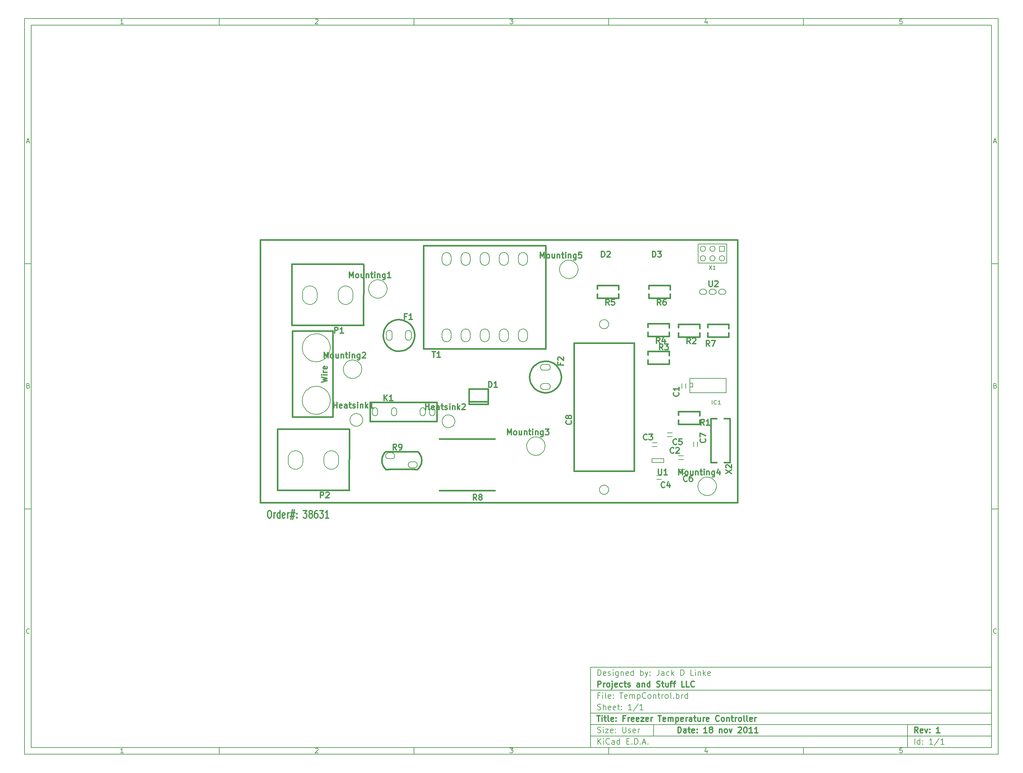
<source format=gto>
G04 (created by PCBNEW-RS274X (2011-07-08 BZR 3044)-stable) date 11/18/2011 4:50:18 PM*
G01*
G70*
G90*
%MOIN*%
G04 Gerber Fmt 3.4, Leading zero omitted, Abs format*
%FSLAX34Y34*%
G04 APERTURE LIST*
%ADD10C,0.006000*%
%ADD11C,0.012000*%
%ADD12C,0.015000*%
%ADD13C,0.008000*%
%ADD14C,0.007900*%
%ADD15C,0.005000*%
G04 APERTURE END LIST*
G54D10*
X04000Y-04000D02*
X106000Y-04000D01*
X106000Y-81000D01*
X04000Y-81000D01*
X04000Y-04000D01*
X04700Y-04700D02*
X105300Y-04700D01*
X105300Y-80300D01*
X04700Y-80300D01*
X04700Y-04700D01*
X24400Y-04000D02*
X24400Y-04700D01*
X14343Y-04552D02*
X14057Y-04552D01*
X14200Y-04552D02*
X14200Y-04052D01*
X14152Y-04124D01*
X14105Y-04171D01*
X14057Y-04195D01*
X24400Y-81000D02*
X24400Y-80300D01*
X14343Y-80852D02*
X14057Y-80852D01*
X14200Y-80852D02*
X14200Y-80352D01*
X14152Y-80424D01*
X14105Y-80471D01*
X14057Y-80495D01*
X44800Y-04000D02*
X44800Y-04700D01*
X34457Y-04100D02*
X34481Y-04076D01*
X34529Y-04052D01*
X34648Y-04052D01*
X34695Y-04076D01*
X34719Y-04100D01*
X34743Y-04148D01*
X34743Y-04195D01*
X34719Y-04267D01*
X34433Y-04552D01*
X34743Y-04552D01*
X44800Y-81000D02*
X44800Y-80300D01*
X34457Y-80400D02*
X34481Y-80376D01*
X34529Y-80352D01*
X34648Y-80352D01*
X34695Y-80376D01*
X34719Y-80400D01*
X34743Y-80448D01*
X34743Y-80495D01*
X34719Y-80567D01*
X34433Y-80852D01*
X34743Y-80852D01*
X65200Y-04000D02*
X65200Y-04700D01*
X54833Y-04052D02*
X55143Y-04052D01*
X54976Y-04243D01*
X55048Y-04243D01*
X55095Y-04267D01*
X55119Y-04290D01*
X55143Y-04338D01*
X55143Y-04457D01*
X55119Y-04505D01*
X55095Y-04529D01*
X55048Y-04552D01*
X54905Y-04552D01*
X54857Y-04529D01*
X54833Y-04505D01*
X65200Y-81000D02*
X65200Y-80300D01*
X54833Y-80352D02*
X55143Y-80352D01*
X54976Y-80543D01*
X55048Y-80543D01*
X55095Y-80567D01*
X55119Y-80590D01*
X55143Y-80638D01*
X55143Y-80757D01*
X55119Y-80805D01*
X55095Y-80829D01*
X55048Y-80852D01*
X54905Y-80852D01*
X54857Y-80829D01*
X54833Y-80805D01*
X85600Y-04000D02*
X85600Y-04700D01*
X75495Y-04219D02*
X75495Y-04552D01*
X75376Y-04029D02*
X75257Y-04386D01*
X75567Y-04386D01*
X85600Y-81000D02*
X85600Y-80300D01*
X75495Y-80519D02*
X75495Y-80852D01*
X75376Y-80329D02*
X75257Y-80686D01*
X75567Y-80686D01*
X95919Y-04052D02*
X95681Y-04052D01*
X95657Y-04290D01*
X95681Y-04267D01*
X95729Y-04243D01*
X95848Y-04243D01*
X95895Y-04267D01*
X95919Y-04290D01*
X95943Y-04338D01*
X95943Y-04457D01*
X95919Y-04505D01*
X95895Y-04529D01*
X95848Y-04552D01*
X95729Y-04552D01*
X95681Y-04529D01*
X95657Y-04505D01*
X95919Y-80352D02*
X95681Y-80352D01*
X95657Y-80590D01*
X95681Y-80567D01*
X95729Y-80543D01*
X95848Y-80543D01*
X95895Y-80567D01*
X95919Y-80590D01*
X95943Y-80638D01*
X95943Y-80757D01*
X95919Y-80805D01*
X95895Y-80829D01*
X95848Y-80852D01*
X95729Y-80852D01*
X95681Y-80829D01*
X95657Y-80805D01*
X04000Y-29660D02*
X04700Y-29660D01*
X04231Y-16890D02*
X04469Y-16890D01*
X04184Y-17032D02*
X04350Y-16532D01*
X04517Y-17032D01*
X106000Y-29660D02*
X105300Y-29660D01*
X105531Y-16890D02*
X105769Y-16890D01*
X105484Y-17032D02*
X105650Y-16532D01*
X105817Y-17032D01*
X04000Y-55320D02*
X04700Y-55320D01*
X04386Y-42430D02*
X04457Y-42454D01*
X04481Y-42478D01*
X04505Y-42526D01*
X04505Y-42597D01*
X04481Y-42645D01*
X04457Y-42669D01*
X04410Y-42692D01*
X04219Y-42692D01*
X04219Y-42192D01*
X04386Y-42192D01*
X04433Y-42216D01*
X04457Y-42240D01*
X04481Y-42288D01*
X04481Y-42335D01*
X04457Y-42383D01*
X04433Y-42407D01*
X04386Y-42430D01*
X04219Y-42430D01*
X106000Y-55320D02*
X105300Y-55320D01*
X105686Y-42430D02*
X105757Y-42454D01*
X105781Y-42478D01*
X105805Y-42526D01*
X105805Y-42597D01*
X105781Y-42645D01*
X105757Y-42669D01*
X105710Y-42692D01*
X105519Y-42692D01*
X105519Y-42192D01*
X105686Y-42192D01*
X105733Y-42216D01*
X105757Y-42240D01*
X105781Y-42288D01*
X105781Y-42335D01*
X105757Y-42383D01*
X105733Y-42407D01*
X105686Y-42430D01*
X105519Y-42430D01*
X04505Y-68305D02*
X04481Y-68329D01*
X04410Y-68352D01*
X04362Y-68352D01*
X04290Y-68329D01*
X04243Y-68281D01*
X04219Y-68233D01*
X04195Y-68138D01*
X04195Y-68067D01*
X04219Y-67971D01*
X04243Y-67924D01*
X04290Y-67876D01*
X04362Y-67852D01*
X04410Y-67852D01*
X04481Y-67876D01*
X04505Y-67900D01*
X105805Y-68305D02*
X105781Y-68329D01*
X105710Y-68352D01*
X105662Y-68352D01*
X105590Y-68329D01*
X105543Y-68281D01*
X105519Y-68233D01*
X105495Y-68138D01*
X105495Y-68067D01*
X105519Y-67971D01*
X105543Y-67924D01*
X105590Y-67876D01*
X105662Y-67852D01*
X105710Y-67852D01*
X105781Y-67876D01*
X105805Y-67900D01*
G54D11*
X72443Y-78743D02*
X72443Y-78143D01*
X72586Y-78143D01*
X72671Y-78171D01*
X72729Y-78229D01*
X72757Y-78286D01*
X72786Y-78400D01*
X72786Y-78486D01*
X72757Y-78600D01*
X72729Y-78657D01*
X72671Y-78714D01*
X72586Y-78743D01*
X72443Y-78743D01*
X73300Y-78743D02*
X73300Y-78429D01*
X73271Y-78371D01*
X73214Y-78343D01*
X73100Y-78343D01*
X73043Y-78371D01*
X73300Y-78714D02*
X73243Y-78743D01*
X73100Y-78743D01*
X73043Y-78714D01*
X73014Y-78657D01*
X73014Y-78600D01*
X73043Y-78543D01*
X73100Y-78514D01*
X73243Y-78514D01*
X73300Y-78486D01*
X73500Y-78343D02*
X73729Y-78343D01*
X73586Y-78143D02*
X73586Y-78657D01*
X73614Y-78714D01*
X73672Y-78743D01*
X73729Y-78743D01*
X74157Y-78714D02*
X74100Y-78743D01*
X73986Y-78743D01*
X73929Y-78714D01*
X73900Y-78657D01*
X73900Y-78429D01*
X73929Y-78371D01*
X73986Y-78343D01*
X74100Y-78343D01*
X74157Y-78371D01*
X74186Y-78429D01*
X74186Y-78486D01*
X73900Y-78543D01*
X74443Y-78686D02*
X74471Y-78714D01*
X74443Y-78743D01*
X74414Y-78714D01*
X74443Y-78686D01*
X74443Y-78743D01*
X74443Y-78371D02*
X74471Y-78400D01*
X74443Y-78429D01*
X74414Y-78400D01*
X74443Y-78371D01*
X74443Y-78429D01*
X75500Y-78743D02*
X75157Y-78743D01*
X75329Y-78743D02*
X75329Y-78143D01*
X75272Y-78229D01*
X75214Y-78286D01*
X75157Y-78314D01*
X75843Y-78400D02*
X75785Y-78371D01*
X75757Y-78343D01*
X75728Y-78286D01*
X75728Y-78257D01*
X75757Y-78200D01*
X75785Y-78171D01*
X75843Y-78143D01*
X75957Y-78143D01*
X76014Y-78171D01*
X76043Y-78200D01*
X76071Y-78257D01*
X76071Y-78286D01*
X76043Y-78343D01*
X76014Y-78371D01*
X75957Y-78400D01*
X75843Y-78400D01*
X75785Y-78429D01*
X75757Y-78457D01*
X75728Y-78514D01*
X75728Y-78629D01*
X75757Y-78686D01*
X75785Y-78714D01*
X75843Y-78743D01*
X75957Y-78743D01*
X76014Y-78714D01*
X76043Y-78686D01*
X76071Y-78629D01*
X76071Y-78514D01*
X76043Y-78457D01*
X76014Y-78429D01*
X75957Y-78400D01*
X76785Y-78343D02*
X76785Y-78743D01*
X76785Y-78400D02*
X76813Y-78371D01*
X76871Y-78343D01*
X76956Y-78343D01*
X77013Y-78371D01*
X77042Y-78429D01*
X77042Y-78743D01*
X77414Y-78743D02*
X77356Y-78714D01*
X77328Y-78686D01*
X77299Y-78629D01*
X77299Y-78457D01*
X77328Y-78400D01*
X77356Y-78371D01*
X77414Y-78343D01*
X77499Y-78343D01*
X77556Y-78371D01*
X77585Y-78400D01*
X77614Y-78457D01*
X77614Y-78629D01*
X77585Y-78686D01*
X77556Y-78714D01*
X77499Y-78743D01*
X77414Y-78743D01*
X77814Y-78343D02*
X77957Y-78743D01*
X78099Y-78343D01*
X78756Y-78200D02*
X78785Y-78171D01*
X78842Y-78143D01*
X78985Y-78143D01*
X79042Y-78171D01*
X79071Y-78200D01*
X79099Y-78257D01*
X79099Y-78314D01*
X79071Y-78400D01*
X78728Y-78743D01*
X79099Y-78743D01*
X79470Y-78143D02*
X79527Y-78143D01*
X79584Y-78171D01*
X79613Y-78200D01*
X79642Y-78257D01*
X79670Y-78371D01*
X79670Y-78514D01*
X79642Y-78629D01*
X79613Y-78686D01*
X79584Y-78714D01*
X79527Y-78743D01*
X79470Y-78743D01*
X79413Y-78714D01*
X79384Y-78686D01*
X79356Y-78629D01*
X79327Y-78514D01*
X79327Y-78371D01*
X79356Y-78257D01*
X79384Y-78200D01*
X79413Y-78171D01*
X79470Y-78143D01*
X80241Y-78743D02*
X79898Y-78743D01*
X80070Y-78743D02*
X80070Y-78143D01*
X80013Y-78229D01*
X79955Y-78286D01*
X79898Y-78314D01*
X80812Y-78743D02*
X80469Y-78743D01*
X80641Y-78743D02*
X80641Y-78143D01*
X80584Y-78229D01*
X80526Y-78286D01*
X80469Y-78314D01*
G54D10*
X64043Y-79943D02*
X64043Y-79343D01*
X64386Y-79943D02*
X64129Y-79600D01*
X64386Y-79343D02*
X64043Y-79686D01*
X64643Y-79943D02*
X64643Y-79543D01*
X64643Y-79343D02*
X64614Y-79371D01*
X64643Y-79400D01*
X64671Y-79371D01*
X64643Y-79343D01*
X64643Y-79400D01*
X65272Y-79886D02*
X65243Y-79914D01*
X65157Y-79943D01*
X65100Y-79943D01*
X65015Y-79914D01*
X64957Y-79857D01*
X64929Y-79800D01*
X64900Y-79686D01*
X64900Y-79600D01*
X64929Y-79486D01*
X64957Y-79429D01*
X65015Y-79371D01*
X65100Y-79343D01*
X65157Y-79343D01*
X65243Y-79371D01*
X65272Y-79400D01*
X65786Y-79943D02*
X65786Y-79629D01*
X65757Y-79571D01*
X65700Y-79543D01*
X65586Y-79543D01*
X65529Y-79571D01*
X65786Y-79914D02*
X65729Y-79943D01*
X65586Y-79943D01*
X65529Y-79914D01*
X65500Y-79857D01*
X65500Y-79800D01*
X65529Y-79743D01*
X65586Y-79714D01*
X65729Y-79714D01*
X65786Y-79686D01*
X66329Y-79943D02*
X66329Y-79343D01*
X66329Y-79914D02*
X66272Y-79943D01*
X66158Y-79943D01*
X66100Y-79914D01*
X66072Y-79886D01*
X66043Y-79829D01*
X66043Y-79657D01*
X66072Y-79600D01*
X66100Y-79571D01*
X66158Y-79543D01*
X66272Y-79543D01*
X66329Y-79571D01*
X67072Y-79629D02*
X67272Y-79629D01*
X67358Y-79943D02*
X67072Y-79943D01*
X67072Y-79343D01*
X67358Y-79343D01*
X67615Y-79886D02*
X67643Y-79914D01*
X67615Y-79943D01*
X67586Y-79914D01*
X67615Y-79886D01*
X67615Y-79943D01*
X67901Y-79943D02*
X67901Y-79343D01*
X68044Y-79343D01*
X68129Y-79371D01*
X68187Y-79429D01*
X68215Y-79486D01*
X68244Y-79600D01*
X68244Y-79686D01*
X68215Y-79800D01*
X68187Y-79857D01*
X68129Y-79914D01*
X68044Y-79943D01*
X67901Y-79943D01*
X68501Y-79886D02*
X68529Y-79914D01*
X68501Y-79943D01*
X68472Y-79914D01*
X68501Y-79886D01*
X68501Y-79943D01*
X68758Y-79771D02*
X69044Y-79771D01*
X68701Y-79943D02*
X68901Y-79343D01*
X69101Y-79943D01*
X69301Y-79886D02*
X69329Y-79914D01*
X69301Y-79943D01*
X69272Y-79914D01*
X69301Y-79886D01*
X69301Y-79943D01*
G54D11*
X97586Y-78743D02*
X97386Y-78457D01*
X97243Y-78743D02*
X97243Y-78143D01*
X97471Y-78143D01*
X97529Y-78171D01*
X97557Y-78200D01*
X97586Y-78257D01*
X97586Y-78343D01*
X97557Y-78400D01*
X97529Y-78429D01*
X97471Y-78457D01*
X97243Y-78457D01*
X98071Y-78714D02*
X98014Y-78743D01*
X97900Y-78743D01*
X97843Y-78714D01*
X97814Y-78657D01*
X97814Y-78429D01*
X97843Y-78371D01*
X97900Y-78343D01*
X98014Y-78343D01*
X98071Y-78371D01*
X98100Y-78429D01*
X98100Y-78486D01*
X97814Y-78543D01*
X98300Y-78343D02*
X98443Y-78743D01*
X98585Y-78343D01*
X98814Y-78686D02*
X98842Y-78714D01*
X98814Y-78743D01*
X98785Y-78714D01*
X98814Y-78686D01*
X98814Y-78743D01*
X98814Y-78371D02*
X98842Y-78400D01*
X98814Y-78429D01*
X98785Y-78400D01*
X98814Y-78371D01*
X98814Y-78429D01*
X99871Y-78743D02*
X99528Y-78743D01*
X99700Y-78743D02*
X99700Y-78143D01*
X99643Y-78229D01*
X99585Y-78286D01*
X99528Y-78314D01*
G54D10*
X64014Y-78714D02*
X64100Y-78743D01*
X64243Y-78743D01*
X64300Y-78714D01*
X64329Y-78686D01*
X64357Y-78629D01*
X64357Y-78571D01*
X64329Y-78514D01*
X64300Y-78486D01*
X64243Y-78457D01*
X64129Y-78429D01*
X64071Y-78400D01*
X64043Y-78371D01*
X64014Y-78314D01*
X64014Y-78257D01*
X64043Y-78200D01*
X64071Y-78171D01*
X64129Y-78143D01*
X64271Y-78143D01*
X64357Y-78171D01*
X64614Y-78743D02*
X64614Y-78343D01*
X64614Y-78143D02*
X64585Y-78171D01*
X64614Y-78200D01*
X64642Y-78171D01*
X64614Y-78143D01*
X64614Y-78200D01*
X64843Y-78343D02*
X65157Y-78343D01*
X64843Y-78743D01*
X65157Y-78743D01*
X65614Y-78714D02*
X65557Y-78743D01*
X65443Y-78743D01*
X65386Y-78714D01*
X65357Y-78657D01*
X65357Y-78429D01*
X65386Y-78371D01*
X65443Y-78343D01*
X65557Y-78343D01*
X65614Y-78371D01*
X65643Y-78429D01*
X65643Y-78486D01*
X65357Y-78543D01*
X65900Y-78686D02*
X65928Y-78714D01*
X65900Y-78743D01*
X65871Y-78714D01*
X65900Y-78686D01*
X65900Y-78743D01*
X65900Y-78371D02*
X65928Y-78400D01*
X65900Y-78429D01*
X65871Y-78400D01*
X65900Y-78371D01*
X65900Y-78429D01*
X66643Y-78143D02*
X66643Y-78629D01*
X66671Y-78686D01*
X66700Y-78714D01*
X66757Y-78743D01*
X66871Y-78743D01*
X66929Y-78714D01*
X66957Y-78686D01*
X66986Y-78629D01*
X66986Y-78143D01*
X67243Y-78714D02*
X67300Y-78743D01*
X67415Y-78743D01*
X67472Y-78714D01*
X67500Y-78657D01*
X67500Y-78629D01*
X67472Y-78571D01*
X67415Y-78543D01*
X67329Y-78543D01*
X67272Y-78514D01*
X67243Y-78457D01*
X67243Y-78429D01*
X67272Y-78371D01*
X67329Y-78343D01*
X67415Y-78343D01*
X67472Y-78371D01*
X67986Y-78714D02*
X67929Y-78743D01*
X67815Y-78743D01*
X67758Y-78714D01*
X67729Y-78657D01*
X67729Y-78429D01*
X67758Y-78371D01*
X67815Y-78343D01*
X67929Y-78343D01*
X67986Y-78371D01*
X68015Y-78429D01*
X68015Y-78486D01*
X67729Y-78543D01*
X68272Y-78743D02*
X68272Y-78343D01*
X68272Y-78457D02*
X68300Y-78400D01*
X68329Y-78371D01*
X68386Y-78343D01*
X68443Y-78343D01*
X97243Y-79943D02*
X97243Y-79343D01*
X97786Y-79943D02*
X97786Y-79343D01*
X97786Y-79914D02*
X97729Y-79943D01*
X97615Y-79943D01*
X97557Y-79914D01*
X97529Y-79886D01*
X97500Y-79829D01*
X97500Y-79657D01*
X97529Y-79600D01*
X97557Y-79571D01*
X97615Y-79543D01*
X97729Y-79543D01*
X97786Y-79571D01*
X98072Y-79886D02*
X98100Y-79914D01*
X98072Y-79943D01*
X98043Y-79914D01*
X98072Y-79886D01*
X98072Y-79943D01*
X98072Y-79571D02*
X98100Y-79600D01*
X98072Y-79629D01*
X98043Y-79600D01*
X98072Y-79571D01*
X98072Y-79629D01*
X99129Y-79943D02*
X98786Y-79943D01*
X98958Y-79943D02*
X98958Y-79343D01*
X98901Y-79429D01*
X98843Y-79486D01*
X98786Y-79514D01*
X99814Y-79314D02*
X99300Y-80086D01*
X100329Y-79943D02*
X99986Y-79943D01*
X100158Y-79943D02*
X100158Y-79343D01*
X100101Y-79429D01*
X100043Y-79486D01*
X99986Y-79514D01*
G54D11*
X63957Y-76943D02*
X64300Y-76943D01*
X64129Y-77543D02*
X64129Y-76943D01*
X64500Y-77543D02*
X64500Y-77143D01*
X64500Y-76943D02*
X64471Y-76971D01*
X64500Y-77000D01*
X64528Y-76971D01*
X64500Y-76943D01*
X64500Y-77000D01*
X64700Y-77143D02*
X64929Y-77143D01*
X64786Y-76943D02*
X64786Y-77457D01*
X64814Y-77514D01*
X64872Y-77543D01*
X64929Y-77543D01*
X65215Y-77543D02*
X65157Y-77514D01*
X65129Y-77457D01*
X65129Y-76943D01*
X65671Y-77514D02*
X65614Y-77543D01*
X65500Y-77543D01*
X65443Y-77514D01*
X65414Y-77457D01*
X65414Y-77229D01*
X65443Y-77171D01*
X65500Y-77143D01*
X65614Y-77143D01*
X65671Y-77171D01*
X65700Y-77229D01*
X65700Y-77286D01*
X65414Y-77343D01*
X65957Y-77486D02*
X65985Y-77514D01*
X65957Y-77543D01*
X65928Y-77514D01*
X65957Y-77486D01*
X65957Y-77543D01*
X65957Y-77171D02*
X65985Y-77200D01*
X65957Y-77229D01*
X65928Y-77200D01*
X65957Y-77171D01*
X65957Y-77229D01*
X66900Y-77229D02*
X66700Y-77229D01*
X66700Y-77543D02*
X66700Y-76943D01*
X66986Y-76943D01*
X67214Y-77543D02*
X67214Y-77143D01*
X67214Y-77257D02*
X67242Y-77200D01*
X67271Y-77171D01*
X67328Y-77143D01*
X67385Y-77143D01*
X67813Y-77514D02*
X67756Y-77543D01*
X67642Y-77543D01*
X67585Y-77514D01*
X67556Y-77457D01*
X67556Y-77229D01*
X67585Y-77171D01*
X67642Y-77143D01*
X67756Y-77143D01*
X67813Y-77171D01*
X67842Y-77229D01*
X67842Y-77286D01*
X67556Y-77343D01*
X68327Y-77514D02*
X68270Y-77543D01*
X68156Y-77543D01*
X68099Y-77514D01*
X68070Y-77457D01*
X68070Y-77229D01*
X68099Y-77171D01*
X68156Y-77143D01*
X68270Y-77143D01*
X68327Y-77171D01*
X68356Y-77229D01*
X68356Y-77286D01*
X68070Y-77343D01*
X68556Y-77143D02*
X68870Y-77143D01*
X68556Y-77543D01*
X68870Y-77543D01*
X69327Y-77514D02*
X69270Y-77543D01*
X69156Y-77543D01*
X69099Y-77514D01*
X69070Y-77457D01*
X69070Y-77229D01*
X69099Y-77171D01*
X69156Y-77143D01*
X69270Y-77143D01*
X69327Y-77171D01*
X69356Y-77229D01*
X69356Y-77286D01*
X69070Y-77343D01*
X69613Y-77543D02*
X69613Y-77143D01*
X69613Y-77257D02*
X69641Y-77200D01*
X69670Y-77171D01*
X69727Y-77143D01*
X69784Y-77143D01*
X70355Y-76943D02*
X70698Y-76943D01*
X70527Y-77543D02*
X70527Y-76943D01*
X71126Y-77514D02*
X71069Y-77543D01*
X70955Y-77543D01*
X70898Y-77514D01*
X70869Y-77457D01*
X70869Y-77229D01*
X70898Y-77171D01*
X70955Y-77143D01*
X71069Y-77143D01*
X71126Y-77171D01*
X71155Y-77229D01*
X71155Y-77286D01*
X70869Y-77343D01*
X71412Y-77543D02*
X71412Y-77143D01*
X71412Y-77200D02*
X71440Y-77171D01*
X71498Y-77143D01*
X71583Y-77143D01*
X71640Y-77171D01*
X71669Y-77229D01*
X71669Y-77543D01*
X71669Y-77229D02*
X71698Y-77171D01*
X71755Y-77143D01*
X71840Y-77143D01*
X71898Y-77171D01*
X71926Y-77229D01*
X71926Y-77543D01*
X72212Y-77143D02*
X72212Y-77743D01*
X72212Y-77171D02*
X72269Y-77143D01*
X72383Y-77143D01*
X72440Y-77171D01*
X72469Y-77200D01*
X72498Y-77257D01*
X72498Y-77429D01*
X72469Y-77486D01*
X72440Y-77514D01*
X72383Y-77543D01*
X72269Y-77543D01*
X72212Y-77514D01*
X72983Y-77514D02*
X72926Y-77543D01*
X72812Y-77543D01*
X72755Y-77514D01*
X72726Y-77457D01*
X72726Y-77229D01*
X72755Y-77171D01*
X72812Y-77143D01*
X72926Y-77143D01*
X72983Y-77171D01*
X73012Y-77229D01*
X73012Y-77286D01*
X72726Y-77343D01*
X73269Y-77543D02*
X73269Y-77143D01*
X73269Y-77257D02*
X73297Y-77200D01*
X73326Y-77171D01*
X73383Y-77143D01*
X73440Y-77143D01*
X73897Y-77543D02*
X73897Y-77229D01*
X73868Y-77171D01*
X73811Y-77143D01*
X73697Y-77143D01*
X73640Y-77171D01*
X73897Y-77514D02*
X73840Y-77543D01*
X73697Y-77543D01*
X73640Y-77514D01*
X73611Y-77457D01*
X73611Y-77400D01*
X73640Y-77343D01*
X73697Y-77314D01*
X73840Y-77314D01*
X73897Y-77286D01*
X74097Y-77143D02*
X74326Y-77143D01*
X74183Y-76943D02*
X74183Y-77457D01*
X74211Y-77514D01*
X74269Y-77543D01*
X74326Y-77543D01*
X74783Y-77143D02*
X74783Y-77543D01*
X74526Y-77143D02*
X74526Y-77457D01*
X74554Y-77514D01*
X74612Y-77543D01*
X74697Y-77543D01*
X74754Y-77514D01*
X74783Y-77486D01*
X75069Y-77543D02*
X75069Y-77143D01*
X75069Y-77257D02*
X75097Y-77200D01*
X75126Y-77171D01*
X75183Y-77143D01*
X75240Y-77143D01*
X75668Y-77514D02*
X75611Y-77543D01*
X75497Y-77543D01*
X75440Y-77514D01*
X75411Y-77457D01*
X75411Y-77229D01*
X75440Y-77171D01*
X75497Y-77143D01*
X75611Y-77143D01*
X75668Y-77171D01*
X75697Y-77229D01*
X75697Y-77286D01*
X75411Y-77343D01*
X76754Y-77486D02*
X76725Y-77514D01*
X76639Y-77543D01*
X76582Y-77543D01*
X76497Y-77514D01*
X76439Y-77457D01*
X76411Y-77400D01*
X76382Y-77286D01*
X76382Y-77200D01*
X76411Y-77086D01*
X76439Y-77029D01*
X76497Y-76971D01*
X76582Y-76943D01*
X76639Y-76943D01*
X76725Y-76971D01*
X76754Y-77000D01*
X77097Y-77543D02*
X77039Y-77514D01*
X77011Y-77486D01*
X76982Y-77429D01*
X76982Y-77257D01*
X77011Y-77200D01*
X77039Y-77171D01*
X77097Y-77143D01*
X77182Y-77143D01*
X77239Y-77171D01*
X77268Y-77200D01*
X77297Y-77257D01*
X77297Y-77429D01*
X77268Y-77486D01*
X77239Y-77514D01*
X77182Y-77543D01*
X77097Y-77543D01*
X77554Y-77143D02*
X77554Y-77543D01*
X77554Y-77200D02*
X77582Y-77171D01*
X77640Y-77143D01*
X77725Y-77143D01*
X77782Y-77171D01*
X77811Y-77229D01*
X77811Y-77543D01*
X78011Y-77143D02*
X78240Y-77143D01*
X78097Y-76943D02*
X78097Y-77457D01*
X78125Y-77514D01*
X78183Y-77543D01*
X78240Y-77543D01*
X78440Y-77543D02*
X78440Y-77143D01*
X78440Y-77257D02*
X78468Y-77200D01*
X78497Y-77171D01*
X78554Y-77143D01*
X78611Y-77143D01*
X78897Y-77543D02*
X78839Y-77514D01*
X78811Y-77486D01*
X78782Y-77429D01*
X78782Y-77257D01*
X78811Y-77200D01*
X78839Y-77171D01*
X78897Y-77143D01*
X78982Y-77143D01*
X79039Y-77171D01*
X79068Y-77200D01*
X79097Y-77257D01*
X79097Y-77429D01*
X79068Y-77486D01*
X79039Y-77514D01*
X78982Y-77543D01*
X78897Y-77543D01*
X79440Y-77543D02*
X79382Y-77514D01*
X79354Y-77457D01*
X79354Y-76943D01*
X79754Y-77543D02*
X79696Y-77514D01*
X79668Y-77457D01*
X79668Y-76943D01*
X80210Y-77514D02*
X80153Y-77543D01*
X80039Y-77543D01*
X79982Y-77514D01*
X79953Y-77457D01*
X79953Y-77229D01*
X79982Y-77171D01*
X80039Y-77143D01*
X80153Y-77143D01*
X80210Y-77171D01*
X80239Y-77229D01*
X80239Y-77286D01*
X79953Y-77343D01*
X80496Y-77543D02*
X80496Y-77143D01*
X80496Y-77257D02*
X80524Y-77200D01*
X80553Y-77171D01*
X80610Y-77143D01*
X80667Y-77143D01*
G54D10*
X64243Y-74829D02*
X64043Y-74829D01*
X64043Y-75143D02*
X64043Y-74543D01*
X64329Y-74543D01*
X64557Y-75143D02*
X64557Y-74743D01*
X64557Y-74543D02*
X64528Y-74571D01*
X64557Y-74600D01*
X64585Y-74571D01*
X64557Y-74543D01*
X64557Y-74600D01*
X64929Y-75143D02*
X64871Y-75114D01*
X64843Y-75057D01*
X64843Y-74543D01*
X65385Y-75114D02*
X65328Y-75143D01*
X65214Y-75143D01*
X65157Y-75114D01*
X65128Y-75057D01*
X65128Y-74829D01*
X65157Y-74771D01*
X65214Y-74743D01*
X65328Y-74743D01*
X65385Y-74771D01*
X65414Y-74829D01*
X65414Y-74886D01*
X65128Y-74943D01*
X65671Y-75086D02*
X65699Y-75114D01*
X65671Y-75143D01*
X65642Y-75114D01*
X65671Y-75086D01*
X65671Y-75143D01*
X65671Y-74771D02*
X65699Y-74800D01*
X65671Y-74829D01*
X65642Y-74800D01*
X65671Y-74771D01*
X65671Y-74829D01*
X66328Y-74543D02*
X66671Y-74543D01*
X66500Y-75143D02*
X66500Y-74543D01*
X67099Y-75114D02*
X67042Y-75143D01*
X66928Y-75143D01*
X66871Y-75114D01*
X66842Y-75057D01*
X66842Y-74829D01*
X66871Y-74771D01*
X66928Y-74743D01*
X67042Y-74743D01*
X67099Y-74771D01*
X67128Y-74829D01*
X67128Y-74886D01*
X66842Y-74943D01*
X67385Y-75143D02*
X67385Y-74743D01*
X67385Y-74800D02*
X67413Y-74771D01*
X67471Y-74743D01*
X67556Y-74743D01*
X67613Y-74771D01*
X67642Y-74829D01*
X67642Y-75143D01*
X67642Y-74829D02*
X67671Y-74771D01*
X67728Y-74743D01*
X67813Y-74743D01*
X67871Y-74771D01*
X67899Y-74829D01*
X67899Y-75143D01*
X68185Y-74743D02*
X68185Y-75343D01*
X68185Y-74771D02*
X68242Y-74743D01*
X68356Y-74743D01*
X68413Y-74771D01*
X68442Y-74800D01*
X68471Y-74857D01*
X68471Y-75029D01*
X68442Y-75086D01*
X68413Y-75114D01*
X68356Y-75143D01*
X68242Y-75143D01*
X68185Y-75114D01*
X69071Y-75086D02*
X69042Y-75114D01*
X68956Y-75143D01*
X68899Y-75143D01*
X68814Y-75114D01*
X68756Y-75057D01*
X68728Y-75000D01*
X68699Y-74886D01*
X68699Y-74800D01*
X68728Y-74686D01*
X68756Y-74629D01*
X68814Y-74571D01*
X68899Y-74543D01*
X68956Y-74543D01*
X69042Y-74571D01*
X69071Y-74600D01*
X69414Y-75143D02*
X69356Y-75114D01*
X69328Y-75086D01*
X69299Y-75029D01*
X69299Y-74857D01*
X69328Y-74800D01*
X69356Y-74771D01*
X69414Y-74743D01*
X69499Y-74743D01*
X69556Y-74771D01*
X69585Y-74800D01*
X69614Y-74857D01*
X69614Y-75029D01*
X69585Y-75086D01*
X69556Y-75114D01*
X69499Y-75143D01*
X69414Y-75143D01*
X69871Y-74743D02*
X69871Y-75143D01*
X69871Y-74800D02*
X69899Y-74771D01*
X69957Y-74743D01*
X70042Y-74743D01*
X70099Y-74771D01*
X70128Y-74829D01*
X70128Y-75143D01*
X70328Y-74743D02*
X70557Y-74743D01*
X70414Y-74543D02*
X70414Y-75057D01*
X70442Y-75114D01*
X70500Y-75143D01*
X70557Y-75143D01*
X70757Y-75143D02*
X70757Y-74743D01*
X70757Y-74857D02*
X70785Y-74800D01*
X70814Y-74771D01*
X70871Y-74743D01*
X70928Y-74743D01*
X71214Y-75143D02*
X71156Y-75114D01*
X71128Y-75086D01*
X71099Y-75029D01*
X71099Y-74857D01*
X71128Y-74800D01*
X71156Y-74771D01*
X71214Y-74743D01*
X71299Y-74743D01*
X71356Y-74771D01*
X71385Y-74800D01*
X71414Y-74857D01*
X71414Y-75029D01*
X71385Y-75086D01*
X71356Y-75114D01*
X71299Y-75143D01*
X71214Y-75143D01*
X71757Y-75143D02*
X71699Y-75114D01*
X71671Y-75057D01*
X71671Y-74543D01*
X71985Y-75086D02*
X72013Y-75114D01*
X71985Y-75143D01*
X71956Y-75114D01*
X71985Y-75086D01*
X71985Y-75143D01*
X72271Y-75143D02*
X72271Y-74543D01*
X72271Y-74771D02*
X72328Y-74743D01*
X72442Y-74743D01*
X72499Y-74771D01*
X72528Y-74800D01*
X72557Y-74857D01*
X72557Y-75029D01*
X72528Y-75086D01*
X72499Y-75114D01*
X72442Y-75143D01*
X72328Y-75143D01*
X72271Y-75114D01*
X72814Y-75143D02*
X72814Y-74743D01*
X72814Y-74857D02*
X72842Y-74800D01*
X72871Y-74771D01*
X72928Y-74743D01*
X72985Y-74743D01*
X73442Y-75143D02*
X73442Y-74543D01*
X73442Y-75114D02*
X73385Y-75143D01*
X73271Y-75143D01*
X73213Y-75114D01*
X73185Y-75086D01*
X73156Y-75029D01*
X73156Y-74857D01*
X73185Y-74800D01*
X73213Y-74771D01*
X73271Y-74743D01*
X73385Y-74743D01*
X73442Y-74771D01*
X64014Y-76314D02*
X64100Y-76343D01*
X64243Y-76343D01*
X64300Y-76314D01*
X64329Y-76286D01*
X64357Y-76229D01*
X64357Y-76171D01*
X64329Y-76114D01*
X64300Y-76086D01*
X64243Y-76057D01*
X64129Y-76029D01*
X64071Y-76000D01*
X64043Y-75971D01*
X64014Y-75914D01*
X64014Y-75857D01*
X64043Y-75800D01*
X64071Y-75771D01*
X64129Y-75743D01*
X64271Y-75743D01*
X64357Y-75771D01*
X64614Y-76343D02*
X64614Y-75743D01*
X64871Y-76343D02*
X64871Y-76029D01*
X64842Y-75971D01*
X64785Y-75943D01*
X64700Y-75943D01*
X64642Y-75971D01*
X64614Y-76000D01*
X65385Y-76314D02*
X65328Y-76343D01*
X65214Y-76343D01*
X65157Y-76314D01*
X65128Y-76257D01*
X65128Y-76029D01*
X65157Y-75971D01*
X65214Y-75943D01*
X65328Y-75943D01*
X65385Y-75971D01*
X65414Y-76029D01*
X65414Y-76086D01*
X65128Y-76143D01*
X65899Y-76314D02*
X65842Y-76343D01*
X65728Y-76343D01*
X65671Y-76314D01*
X65642Y-76257D01*
X65642Y-76029D01*
X65671Y-75971D01*
X65728Y-75943D01*
X65842Y-75943D01*
X65899Y-75971D01*
X65928Y-76029D01*
X65928Y-76086D01*
X65642Y-76143D01*
X66099Y-75943D02*
X66328Y-75943D01*
X66185Y-75743D02*
X66185Y-76257D01*
X66213Y-76314D01*
X66271Y-76343D01*
X66328Y-76343D01*
X66528Y-76286D02*
X66556Y-76314D01*
X66528Y-76343D01*
X66499Y-76314D01*
X66528Y-76286D01*
X66528Y-76343D01*
X66528Y-75971D02*
X66556Y-76000D01*
X66528Y-76029D01*
X66499Y-76000D01*
X66528Y-75971D01*
X66528Y-76029D01*
X67585Y-76343D02*
X67242Y-76343D01*
X67414Y-76343D02*
X67414Y-75743D01*
X67357Y-75829D01*
X67299Y-75886D01*
X67242Y-75914D01*
X68270Y-75714D02*
X67756Y-76486D01*
X68785Y-76343D02*
X68442Y-76343D01*
X68614Y-76343D02*
X68614Y-75743D01*
X68557Y-75829D01*
X68499Y-75886D01*
X68442Y-75914D01*
G54D11*
X64043Y-73943D02*
X64043Y-73343D01*
X64271Y-73343D01*
X64329Y-73371D01*
X64357Y-73400D01*
X64386Y-73457D01*
X64386Y-73543D01*
X64357Y-73600D01*
X64329Y-73629D01*
X64271Y-73657D01*
X64043Y-73657D01*
X64643Y-73943D02*
X64643Y-73543D01*
X64643Y-73657D02*
X64671Y-73600D01*
X64700Y-73571D01*
X64757Y-73543D01*
X64814Y-73543D01*
X65100Y-73943D02*
X65042Y-73914D01*
X65014Y-73886D01*
X64985Y-73829D01*
X64985Y-73657D01*
X65014Y-73600D01*
X65042Y-73571D01*
X65100Y-73543D01*
X65185Y-73543D01*
X65242Y-73571D01*
X65271Y-73600D01*
X65300Y-73657D01*
X65300Y-73829D01*
X65271Y-73886D01*
X65242Y-73914D01*
X65185Y-73943D01*
X65100Y-73943D01*
X65557Y-73543D02*
X65557Y-74057D01*
X65528Y-74114D01*
X65471Y-74143D01*
X65443Y-74143D01*
X65557Y-73343D02*
X65528Y-73371D01*
X65557Y-73400D01*
X65585Y-73371D01*
X65557Y-73343D01*
X65557Y-73400D01*
X66071Y-73914D02*
X66014Y-73943D01*
X65900Y-73943D01*
X65843Y-73914D01*
X65814Y-73857D01*
X65814Y-73629D01*
X65843Y-73571D01*
X65900Y-73543D01*
X66014Y-73543D01*
X66071Y-73571D01*
X66100Y-73629D01*
X66100Y-73686D01*
X65814Y-73743D01*
X66614Y-73914D02*
X66557Y-73943D01*
X66443Y-73943D01*
X66385Y-73914D01*
X66357Y-73886D01*
X66328Y-73829D01*
X66328Y-73657D01*
X66357Y-73600D01*
X66385Y-73571D01*
X66443Y-73543D01*
X66557Y-73543D01*
X66614Y-73571D01*
X66785Y-73543D02*
X67014Y-73543D01*
X66871Y-73343D02*
X66871Y-73857D01*
X66899Y-73914D01*
X66957Y-73943D01*
X67014Y-73943D01*
X67185Y-73914D02*
X67242Y-73943D01*
X67357Y-73943D01*
X67414Y-73914D01*
X67442Y-73857D01*
X67442Y-73829D01*
X67414Y-73771D01*
X67357Y-73743D01*
X67271Y-73743D01*
X67214Y-73714D01*
X67185Y-73657D01*
X67185Y-73629D01*
X67214Y-73571D01*
X67271Y-73543D01*
X67357Y-73543D01*
X67414Y-73571D01*
X68414Y-73943D02*
X68414Y-73629D01*
X68385Y-73571D01*
X68328Y-73543D01*
X68214Y-73543D01*
X68157Y-73571D01*
X68414Y-73914D02*
X68357Y-73943D01*
X68214Y-73943D01*
X68157Y-73914D01*
X68128Y-73857D01*
X68128Y-73800D01*
X68157Y-73743D01*
X68214Y-73714D01*
X68357Y-73714D01*
X68414Y-73686D01*
X68700Y-73543D02*
X68700Y-73943D01*
X68700Y-73600D02*
X68728Y-73571D01*
X68786Y-73543D01*
X68871Y-73543D01*
X68928Y-73571D01*
X68957Y-73629D01*
X68957Y-73943D01*
X69500Y-73943D02*
X69500Y-73343D01*
X69500Y-73914D02*
X69443Y-73943D01*
X69329Y-73943D01*
X69271Y-73914D01*
X69243Y-73886D01*
X69214Y-73829D01*
X69214Y-73657D01*
X69243Y-73600D01*
X69271Y-73571D01*
X69329Y-73543D01*
X69443Y-73543D01*
X69500Y-73571D01*
X70214Y-73914D02*
X70300Y-73943D01*
X70443Y-73943D01*
X70500Y-73914D01*
X70529Y-73886D01*
X70557Y-73829D01*
X70557Y-73771D01*
X70529Y-73714D01*
X70500Y-73686D01*
X70443Y-73657D01*
X70329Y-73629D01*
X70271Y-73600D01*
X70243Y-73571D01*
X70214Y-73514D01*
X70214Y-73457D01*
X70243Y-73400D01*
X70271Y-73371D01*
X70329Y-73343D01*
X70471Y-73343D01*
X70557Y-73371D01*
X70728Y-73543D02*
X70957Y-73543D01*
X70814Y-73343D02*
X70814Y-73857D01*
X70842Y-73914D01*
X70900Y-73943D01*
X70957Y-73943D01*
X71414Y-73543D02*
X71414Y-73943D01*
X71157Y-73543D02*
X71157Y-73857D01*
X71185Y-73914D01*
X71243Y-73943D01*
X71328Y-73943D01*
X71385Y-73914D01*
X71414Y-73886D01*
X71614Y-73543D02*
X71843Y-73543D01*
X71700Y-73943D02*
X71700Y-73429D01*
X71728Y-73371D01*
X71786Y-73343D01*
X71843Y-73343D01*
X71957Y-73543D02*
X72186Y-73543D01*
X72043Y-73943D02*
X72043Y-73429D01*
X72071Y-73371D01*
X72129Y-73343D01*
X72186Y-73343D01*
X73129Y-73943D02*
X72843Y-73943D01*
X72843Y-73343D01*
X73615Y-73943D02*
X73329Y-73943D01*
X73329Y-73343D01*
X74158Y-73886D02*
X74129Y-73914D01*
X74043Y-73943D01*
X73986Y-73943D01*
X73901Y-73914D01*
X73843Y-73857D01*
X73815Y-73800D01*
X73786Y-73686D01*
X73786Y-73600D01*
X73815Y-73486D01*
X73843Y-73429D01*
X73901Y-73371D01*
X73986Y-73343D01*
X74043Y-73343D01*
X74129Y-73371D01*
X74158Y-73400D01*
G54D10*
X64043Y-72743D02*
X64043Y-72143D01*
X64186Y-72143D01*
X64271Y-72171D01*
X64329Y-72229D01*
X64357Y-72286D01*
X64386Y-72400D01*
X64386Y-72486D01*
X64357Y-72600D01*
X64329Y-72657D01*
X64271Y-72714D01*
X64186Y-72743D01*
X64043Y-72743D01*
X64871Y-72714D02*
X64814Y-72743D01*
X64700Y-72743D01*
X64643Y-72714D01*
X64614Y-72657D01*
X64614Y-72429D01*
X64643Y-72371D01*
X64700Y-72343D01*
X64814Y-72343D01*
X64871Y-72371D01*
X64900Y-72429D01*
X64900Y-72486D01*
X64614Y-72543D01*
X65128Y-72714D02*
X65185Y-72743D01*
X65300Y-72743D01*
X65357Y-72714D01*
X65385Y-72657D01*
X65385Y-72629D01*
X65357Y-72571D01*
X65300Y-72543D01*
X65214Y-72543D01*
X65157Y-72514D01*
X65128Y-72457D01*
X65128Y-72429D01*
X65157Y-72371D01*
X65214Y-72343D01*
X65300Y-72343D01*
X65357Y-72371D01*
X65643Y-72743D02*
X65643Y-72343D01*
X65643Y-72143D02*
X65614Y-72171D01*
X65643Y-72200D01*
X65671Y-72171D01*
X65643Y-72143D01*
X65643Y-72200D01*
X66186Y-72343D02*
X66186Y-72829D01*
X66157Y-72886D01*
X66129Y-72914D01*
X66072Y-72943D01*
X65986Y-72943D01*
X65929Y-72914D01*
X66186Y-72714D02*
X66129Y-72743D01*
X66015Y-72743D01*
X65957Y-72714D01*
X65929Y-72686D01*
X65900Y-72629D01*
X65900Y-72457D01*
X65929Y-72400D01*
X65957Y-72371D01*
X66015Y-72343D01*
X66129Y-72343D01*
X66186Y-72371D01*
X66472Y-72343D02*
X66472Y-72743D01*
X66472Y-72400D02*
X66500Y-72371D01*
X66558Y-72343D01*
X66643Y-72343D01*
X66700Y-72371D01*
X66729Y-72429D01*
X66729Y-72743D01*
X67243Y-72714D02*
X67186Y-72743D01*
X67072Y-72743D01*
X67015Y-72714D01*
X66986Y-72657D01*
X66986Y-72429D01*
X67015Y-72371D01*
X67072Y-72343D01*
X67186Y-72343D01*
X67243Y-72371D01*
X67272Y-72429D01*
X67272Y-72486D01*
X66986Y-72543D01*
X67786Y-72743D02*
X67786Y-72143D01*
X67786Y-72714D02*
X67729Y-72743D01*
X67615Y-72743D01*
X67557Y-72714D01*
X67529Y-72686D01*
X67500Y-72629D01*
X67500Y-72457D01*
X67529Y-72400D01*
X67557Y-72371D01*
X67615Y-72343D01*
X67729Y-72343D01*
X67786Y-72371D01*
X68529Y-72743D02*
X68529Y-72143D01*
X68529Y-72371D02*
X68586Y-72343D01*
X68700Y-72343D01*
X68757Y-72371D01*
X68786Y-72400D01*
X68815Y-72457D01*
X68815Y-72629D01*
X68786Y-72686D01*
X68757Y-72714D01*
X68700Y-72743D01*
X68586Y-72743D01*
X68529Y-72714D01*
X69015Y-72343D02*
X69158Y-72743D01*
X69300Y-72343D02*
X69158Y-72743D01*
X69100Y-72886D01*
X69072Y-72914D01*
X69015Y-72943D01*
X69529Y-72686D02*
X69557Y-72714D01*
X69529Y-72743D01*
X69500Y-72714D01*
X69529Y-72686D01*
X69529Y-72743D01*
X69529Y-72371D02*
X69557Y-72400D01*
X69529Y-72429D01*
X69500Y-72400D01*
X69529Y-72371D01*
X69529Y-72429D01*
X70443Y-72143D02*
X70443Y-72571D01*
X70415Y-72657D01*
X70358Y-72714D01*
X70272Y-72743D01*
X70215Y-72743D01*
X70986Y-72743D02*
X70986Y-72429D01*
X70957Y-72371D01*
X70900Y-72343D01*
X70786Y-72343D01*
X70729Y-72371D01*
X70986Y-72714D02*
X70929Y-72743D01*
X70786Y-72743D01*
X70729Y-72714D01*
X70700Y-72657D01*
X70700Y-72600D01*
X70729Y-72543D01*
X70786Y-72514D01*
X70929Y-72514D01*
X70986Y-72486D01*
X71529Y-72714D02*
X71472Y-72743D01*
X71358Y-72743D01*
X71300Y-72714D01*
X71272Y-72686D01*
X71243Y-72629D01*
X71243Y-72457D01*
X71272Y-72400D01*
X71300Y-72371D01*
X71358Y-72343D01*
X71472Y-72343D01*
X71529Y-72371D01*
X71786Y-72743D02*
X71786Y-72143D01*
X71843Y-72514D02*
X72014Y-72743D01*
X72014Y-72343D02*
X71786Y-72571D01*
X72729Y-72743D02*
X72729Y-72143D01*
X72872Y-72143D01*
X72957Y-72171D01*
X73015Y-72229D01*
X73043Y-72286D01*
X73072Y-72400D01*
X73072Y-72486D01*
X73043Y-72600D01*
X73015Y-72657D01*
X72957Y-72714D01*
X72872Y-72743D01*
X72729Y-72743D01*
X74072Y-72743D02*
X73786Y-72743D01*
X73786Y-72143D01*
X74272Y-72743D02*
X74272Y-72343D01*
X74272Y-72143D02*
X74243Y-72171D01*
X74272Y-72200D01*
X74300Y-72171D01*
X74272Y-72143D01*
X74272Y-72200D01*
X74558Y-72343D02*
X74558Y-72743D01*
X74558Y-72400D02*
X74586Y-72371D01*
X74644Y-72343D01*
X74729Y-72343D01*
X74786Y-72371D01*
X74815Y-72429D01*
X74815Y-72743D01*
X75101Y-72743D02*
X75101Y-72143D01*
X75158Y-72514D02*
X75329Y-72743D01*
X75329Y-72343D02*
X75101Y-72571D01*
X75815Y-72714D02*
X75758Y-72743D01*
X75644Y-72743D01*
X75587Y-72714D01*
X75558Y-72657D01*
X75558Y-72429D01*
X75587Y-72371D01*
X75644Y-72343D01*
X75758Y-72343D01*
X75815Y-72371D01*
X75844Y-72429D01*
X75844Y-72486D01*
X75558Y-72543D01*
X63300Y-71900D02*
X63300Y-80300D01*
X63300Y-74300D02*
X105300Y-74300D01*
X63300Y-71900D02*
X105300Y-71900D01*
X63300Y-76700D02*
X105300Y-76700D01*
X96500Y-77900D02*
X96500Y-80300D01*
X63300Y-79100D02*
X105300Y-79100D01*
X63300Y-77900D02*
X105300Y-77900D01*
X69900Y-77900D02*
X69900Y-79100D01*
G54D11*
X29594Y-55474D02*
X29708Y-55474D01*
X29766Y-55512D01*
X29823Y-55588D01*
X29851Y-55740D01*
X29851Y-56007D01*
X29823Y-56160D01*
X29766Y-56236D01*
X29708Y-56274D01*
X29594Y-56274D01*
X29537Y-56236D01*
X29480Y-56160D01*
X29451Y-56007D01*
X29451Y-55740D01*
X29480Y-55588D01*
X29537Y-55512D01*
X29594Y-55474D01*
X30109Y-56274D02*
X30109Y-55740D01*
X30109Y-55893D02*
X30137Y-55817D01*
X30166Y-55779D01*
X30223Y-55740D01*
X30280Y-55740D01*
X30737Y-56274D02*
X30737Y-55474D01*
X30737Y-56236D02*
X30680Y-56274D01*
X30566Y-56274D01*
X30508Y-56236D01*
X30480Y-56198D01*
X30451Y-56121D01*
X30451Y-55893D01*
X30480Y-55817D01*
X30508Y-55779D01*
X30566Y-55740D01*
X30680Y-55740D01*
X30737Y-55779D01*
X31251Y-56236D02*
X31194Y-56274D01*
X31080Y-56274D01*
X31023Y-56236D01*
X30994Y-56160D01*
X30994Y-55855D01*
X31023Y-55779D01*
X31080Y-55740D01*
X31194Y-55740D01*
X31251Y-55779D01*
X31280Y-55855D01*
X31280Y-55931D01*
X30994Y-56007D01*
X31537Y-56274D02*
X31537Y-55740D01*
X31537Y-55893D02*
X31565Y-55817D01*
X31594Y-55779D01*
X31651Y-55740D01*
X31708Y-55740D01*
X31879Y-55740D02*
X32308Y-55740D01*
X32051Y-55398D02*
X31879Y-56426D01*
X32251Y-56083D02*
X31822Y-56083D01*
X32079Y-56426D02*
X32251Y-55398D01*
X32508Y-56198D02*
X32536Y-56236D01*
X32508Y-56274D01*
X32479Y-56236D01*
X32508Y-56198D01*
X32508Y-56274D01*
X32508Y-55779D02*
X32536Y-55817D01*
X32508Y-55855D01*
X32479Y-55817D01*
X32508Y-55779D01*
X32508Y-55855D01*
X33194Y-55474D02*
X33565Y-55474D01*
X33365Y-55779D01*
X33451Y-55779D01*
X33508Y-55817D01*
X33537Y-55855D01*
X33565Y-55931D01*
X33565Y-56121D01*
X33537Y-56198D01*
X33508Y-56236D01*
X33451Y-56274D01*
X33279Y-56274D01*
X33222Y-56236D01*
X33194Y-56198D01*
X33908Y-55817D02*
X33850Y-55779D01*
X33822Y-55740D01*
X33793Y-55664D01*
X33793Y-55626D01*
X33822Y-55550D01*
X33850Y-55512D01*
X33908Y-55474D01*
X34022Y-55474D01*
X34079Y-55512D01*
X34108Y-55550D01*
X34136Y-55626D01*
X34136Y-55664D01*
X34108Y-55740D01*
X34079Y-55779D01*
X34022Y-55817D01*
X33908Y-55817D01*
X33850Y-55855D01*
X33822Y-55893D01*
X33793Y-55969D01*
X33793Y-56121D01*
X33822Y-56198D01*
X33850Y-56236D01*
X33908Y-56274D01*
X34022Y-56274D01*
X34079Y-56236D01*
X34108Y-56198D01*
X34136Y-56121D01*
X34136Y-55969D01*
X34108Y-55893D01*
X34079Y-55855D01*
X34022Y-55817D01*
X34650Y-55474D02*
X34536Y-55474D01*
X34479Y-55512D01*
X34450Y-55550D01*
X34393Y-55664D01*
X34364Y-55817D01*
X34364Y-56121D01*
X34393Y-56198D01*
X34421Y-56236D01*
X34479Y-56274D01*
X34593Y-56274D01*
X34650Y-56236D01*
X34679Y-56198D01*
X34707Y-56121D01*
X34707Y-55931D01*
X34679Y-55855D01*
X34650Y-55817D01*
X34593Y-55779D01*
X34479Y-55779D01*
X34421Y-55817D01*
X34393Y-55855D01*
X34364Y-55931D01*
X34907Y-55474D02*
X35278Y-55474D01*
X35078Y-55779D01*
X35164Y-55779D01*
X35221Y-55817D01*
X35250Y-55855D01*
X35278Y-55931D01*
X35278Y-56121D01*
X35250Y-56198D01*
X35221Y-56236D01*
X35164Y-56274D01*
X34992Y-56274D01*
X34935Y-56236D01*
X34907Y-56198D01*
X35849Y-56274D02*
X35506Y-56274D01*
X35678Y-56274D02*
X35678Y-55474D01*
X35621Y-55588D01*
X35563Y-55664D01*
X35506Y-55702D01*
G54D12*
X28700Y-54650D02*
X28700Y-27150D01*
X78700Y-54650D02*
X28700Y-54650D01*
X78700Y-27150D02*
X78700Y-54650D01*
X28700Y-27150D02*
X78700Y-27150D01*
G54D13*
X73700Y-41650D02*
X77500Y-41650D01*
X77500Y-41650D02*
X77500Y-43150D01*
X77500Y-43150D02*
X73700Y-43150D01*
X73700Y-43150D02*
X73700Y-41650D01*
X73700Y-42150D02*
X74000Y-42150D01*
X74000Y-42150D02*
X74000Y-42550D01*
X74000Y-42550D02*
X73700Y-42550D01*
X74552Y-27591D02*
X77552Y-27591D01*
X77552Y-29591D02*
X74552Y-29591D01*
X74552Y-29591D02*
X74552Y-27591D01*
X77552Y-27591D02*
X77552Y-29591D01*
G54D14*
X70960Y-50467D02*
X69720Y-50467D01*
X69720Y-50467D02*
X69720Y-50073D01*
X69720Y-50073D02*
X70960Y-50073D01*
X70960Y-50073D02*
X70960Y-50467D01*
G54D12*
X47450Y-53400D02*
X53250Y-53400D01*
X47450Y-48000D02*
X53250Y-48000D01*
X61550Y-51343D02*
X67850Y-51343D01*
X61550Y-37957D02*
X67850Y-37957D01*
X67850Y-51343D02*
X67850Y-37957D01*
X61550Y-51343D02*
X61550Y-37957D01*
G54D14*
X73267Y-42706D02*
X73267Y-42194D01*
X72853Y-42706D02*
X72853Y-42194D01*
X72493Y-50162D02*
X73005Y-50162D01*
X72493Y-49748D02*
X73005Y-49748D01*
X70260Y-48379D02*
X69748Y-48379D01*
X70260Y-48793D02*
X69748Y-48793D01*
X70725Y-51821D02*
X70213Y-51821D01*
X70725Y-52235D02*
X70213Y-52235D01*
X71842Y-47355D02*
X71330Y-47355D01*
X71842Y-47769D02*
X71330Y-47769D01*
X73156Y-51183D02*
X72644Y-51183D01*
X73156Y-51597D02*
X72644Y-51597D01*
X74083Y-48294D02*
X74083Y-48806D01*
X74497Y-48294D02*
X74497Y-48806D01*
G54D12*
X77752Y-35981D02*
X77752Y-36414D01*
X77752Y-37122D02*
X77752Y-36886D01*
X77752Y-37004D02*
X77752Y-36926D01*
X77752Y-37319D02*
X77752Y-36965D01*
X75548Y-35981D02*
X75548Y-36335D01*
X75548Y-37319D02*
X75548Y-36886D01*
X75548Y-35981D02*
X77752Y-35981D01*
X77752Y-37319D02*
X75548Y-37319D01*
X71602Y-31931D02*
X71602Y-32364D01*
X71602Y-33072D02*
X71602Y-32836D01*
X71602Y-32954D02*
X71602Y-32876D01*
X71602Y-33269D02*
X71602Y-32915D01*
X69398Y-31931D02*
X69398Y-32285D01*
X69398Y-33269D02*
X69398Y-32836D01*
X69398Y-31931D02*
X71602Y-31931D01*
X71602Y-33269D02*
X69398Y-33269D01*
X66202Y-31931D02*
X66202Y-32364D01*
X66202Y-33072D02*
X66202Y-32836D01*
X66202Y-32954D02*
X66202Y-32876D01*
X66202Y-33269D02*
X66202Y-32915D01*
X63998Y-31931D02*
X63998Y-32285D01*
X63998Y-33269D02*
X63998Y-32836D01*
X63998Y-31931D02*
X66202Y-31931D01*
X66202Y-33269D02*
X63998Y-33269D01*
X71502Y-35931D02*
X71502Y-36364D01*
X71502Y-37072D02*
X71502Y-36836D01*
X71502Y-36954D02*
X71502Y-36876D01*
X71502Y-37269D02*
X71502Y-36915D01*
X69298Y-35931D02*
X69298Y-36285D01*
X69298Y-37269D02*
X69298Y-36836D01*
X69298Y-35931D02*
X71502Y-35931D01*
X71502Y-37269D02*
X69298Y-37269D01*
X71502Y-38831D02*
X71502Y-39264D01*
X71502Y-39972D02*
X71502Y-39736D01*
X71502Y-39854D02*
X71502Y-39776D01*
X71502Y-40169D02*
X71502Y-39815D01*
X69298Y-38831D02*
X69298Y-39185D01*
X69298Y-40169D02*
X69298Y-39736D01*
X69298Y-38831D02*
X71502Y-38831D01*
X71502Y-40169D02*
X69298Y-40169D01*
X74702Y-35981D02*
X74702Y-36414D01*
X74702Y-37122D02*
X74702Y-36886D01*
X74702Y-37004D02*
X74702Y-36926D01*
X74702Y-37319D02*
X74702Y-36965D01*
X72498Y-35981D02*
X72498Y-36335D01*
X72498Y-37319D02*
X72498Y-36886D01*
X72498Y-35981D02*
X74702Y-35981D01*
X74702Y-37319D02*
X72498Y-37319D01*
X74702Y-45131D02*
X74702Y-45564D01*
X74702Y-46272D02*
X74702Y-46036D01*
X74702Y-46154D02*
X74702Y-46076D01*
X74702Y-46469D02*
X74702Y-46115D01*
X72498Y-45131D02*
X72498Y-45485D01*
X72498Y-46469D02*
X72498Y-46036D01*
X72498Y-45131D02*
X74702Y-45131D01*
X74702Y-46469D02*
X72498Y-46469D01*
X42078Y-49324D02*
X41803Y-49324D01*
X44828Y-51174D02*
X45128Y-51174D01*
X44828Y-49324D02*
X45178Y-49324D01*
X42128Y-51174D02*
X41828Y-51174D01*
X41733Y-49398D02*
X41664Y-49476D01*
X41603Y-49560D01*
X41549Y-49650D01*
X41502Y-49743D01*
X41465Y-49841D01*
X41436Y-49941D01*
X41415Y-50043D01*
X41404Y-50147D01*
X41402Y-50251D01*
X41409Y-50355D01*
X41425Y-50458D01*
X41450Y-50559D01*
X41483Y-50658D01*
X41525Y-50754D01*
X41576Y-50845D01*
X41634Y-50932D01*
X41699Y-51014D01*
X41772Y-51089D01*
X45223Y-51089D02*
X45295Y-51010D01*
X45360Y-50926D01*
X45418Y-50835D01*
X45467Y-50741D01*
X45508Y-50642D01*
X45540Y-50540D01*
X45563Y-50436D01*
X45577Y-50330D01*
X45582Y-50224D01*
X45577Y-50118D01*
X45563Y-50012D01*
X45540Y-49908D01*
X45508Y-49806D01*
X45467Y-49707D01*
X45418Y-49613D01*
X45360Y-49522D01*
X45295Y-49438D01*
X45223Y-49359D01*
X44856Y-51169D02*
X42100Y-51169D01*
X42100Y-49318D02*
X44856Y-49318D01*
X52470Y-44090D02*
X50630Y-44090D01*
X52550Y-44350D02*
X50550Y-44350D01*
X50550Y-44350D02*
X50550Y-42750D01*
X50550Y-42750D02*
X52550Y-42750D01*
X52550Y-42750D02*
X52550Y-44350D01*
X45800Y-38550D02*
X45800Y-27750D01*
X58600Y-38550D02*
X45800Y-38550D01*
X45800Y-27750D02*
X58600Y-27750D01*
X58600Y-27750D02*
X58600Y-38550D01*
X39500Y-29700D02*
X32000Y-29700D01*
X39495Y-36085D02*
X39510Y-29785D01*
X31995Y-29800D02*
X31995Y-36100D01*
X31995Y-36100D02*
X39510Y-36100D01*
X44854Y-37150D02*
X44822Y-37471D01*
X44729Y-37780D01*
X44577Y-38065D01*
X44373Y-38315D01*
X44124Y-38521D01*
X43840Y-38674D01*
X43532Y-38770D01*
X43211Y-38803D01*
X42891Y-38774D01*
X42581Y-38683D01*
X42295Y-38534D01*
X42043Y-38331D01*
X41836Y-38084D01*
X41680Y-37801D01*
X41583Y-37493D01*
X41547Y-37173D01*
X41574Y-36852D01*
X41663Y-36542D01*
X41810Y-36255D01*
X42011Y-36002D01*
X42257Y-35792D01*
X42538Y-35635D01*
X42845Y-35535D01*
X43166Y-35497D01*
X43487Y-35522D01*
X43798Y-35608D01*
X44086Y-35754D01*
X44340Y-35953D01*
X44551Y-36197D01*
X44711Y-36478D01*
X44812Y-36784D01*
X44853Y-37104D01*
X44854Y-37150D01*
X60204Y-41500D02*
X60172Y-41821D01*
X60079Y-42130D01*
X59927Y-42415D01*
X59723Y-42665D01*
X59474Y-42871D01*
X59190Y-43024D01*
X58882Y-43120D01*
X58561Y-43153D01*
X58241Y-43124D01*
X57931Y-43033D01*
X57645Y-42884D01*
X57393Y-42681D01*
X57186Y-42434D01*
X57030Y-42151D01*
X56933Y-41843D01*
X56897Y-41523D01*
X56924Y-41202D01*
X57013Y-40892D01*
X57160Y-40605D01*
X57361Y-40352D01*
X57607Y-40142D01*
X57888Y-39985D01*
X58195Y-39885D01*
X58516Y-39847D01*
X58837Y-39872D01*
X59148Y-39958D01*
X59436Y-40104D01*
X59690Y-40303D01*
X59901Y-40547D01*
X60061Y-40828D01*
X60162Y-41134D01*
X60203Y-41454D01*
X60204Y-41500D01*
X77900Y-45850D02*
X77300Y-45850D01*
X76500Y-50450D02*
X75900Y-50450D01*
X75900Y-50450D02*
X75900Y-45850D01*
X75900Y-45850D02*
X76500Y-45850D01*
X77900Y-45850D02*
X77900Y-50450D01*
X77900Y-50450D02*
X77300Y-50450D01*
X40200Y-44150D02*
X47200Y-44150D01*
X47200Y-44150D02*
X47200Y-46150D01*
X47200Y-46150D02*
X40200Y-46150D01*
X40200Y-46150D02*
X40200Y-44150D01*
X36300Y-45700D02*
X36300Y-36700D01*
X36300Y-36700D02*
X32050Y-36700D01*
X32050Y-36700D02*
X32050Y-45700D01*
X32050Y-45700D02*
X36300Y-45700D01*
X38000Y-46950D02*
X30500Y-46950D01*
X37995Y-53335D02*
X38010Y-47035D01*
X30495Y-47050D02*
X30495Y-53350D01*
X30495Y-53350D02*
X38010Y-53350D01*
G54D10*
X41970Y-32300D02*
X41951Y-32488D01*
X41896Y-32669D01*
X41807Y-32836D01*
X41688Y-32983D01*
X41542Y-33104D01*
X41375Y-33194D01*
X41195Y-33250D01*
X41006Y-33269D01*
X40819Y-33252D01*
X40637Y-33199D01*
X40469Y-33111D01*
X40322Y-32993D01*
X40200Y-32848D01*
X40109Y-32682D01*
X40052Y-32501D01*
X40031Y-32313D01*
X40046Y-32125D01*
X40099Y-31943D01*
X40185Y-31775D01*
X40303Y-31627D01*
X40447Y-31504D01*
X40612Y-31412D01*
X40792Y-31353D01*
X40980Y-31331D01*
X41168Y-31345D01*
X41350Y-31396D01*
X41519Y-31482D01*
X41668Y-31598D01*
X41792Y-31741D01*
X41886Y-31906D01*
X41945Y-32086D01*
X41969Y-32273D01*
X41970Y-32300D01*
X39320Y-40700D02*
X39301Y-40888D01*
X39246Y-41069D01*
X39157Y-41236D01*
X39038Y-41383D01*
X38892Y-41504D01*
X38725Y-41594D01*
X38545Y-41650D01*
X38356Y-41669D01*
X38169Y-41652D01*
X37987Y-41599D01*
X37819Y-41511D01*
X37672Y-41393D01*
X37550Y-41248D01*
X37459Y-41082D01*
X37402Y-40901D01*
X37381Y-40713D01*
X37396Y-40525D01*
X37449Y-40343D01*
X37535Y-40175D01*
X37653Y-40027D01*
X37797Y-39904D01*
X37962Y-39812D01*
X38142Y-39753D01*
X38330Y-39731D01*
X38518Y-39745D01*
X38700Y-39796D01*
X38869Y-39882D01*
X39018Y-39998D01*
X39142Y-40141D01*
X39236Y-40306D01*
X39295Y-40486D01*
X39319Y-40673D01*
X39320Y-40700D01*
X58520Y-48750D02*
X58501Y-48938D01*
X58446Y-49119D01*
X58357Y-49286D01*
X58238Y-49433D01*
X58092Y-49554D01*
X57925Y-49644D01*
X57745Y-49700D01*
X57556Y-49719D01*
X57369Y-49702D01*
X57187Y-49649D01*
X57019Y-49561D01*
X56872Y-49443D01*
X56750Y-49298D01*
X56659Y-49132D01*
X56602Y-48951D01*
X56581Y-48763D01*
X56596Y-48575D01*
X56649Y-48393D01*
X56735Y-48225D01*
X56853Y-48077D01*
X56997Y-47954D01*
X57162Y-47862D01*
X57342Y-47803D01*
X57530Y-47781D01*
X57718Y-47795D01*
X57900Y-47846D01*
X58069Y-47932D01*
X58218Y-48048D01*
X58342Y-48191D01*
X58436Y-48356D01*
X58495Y-48536D01*
X58519Y-48723D01*
X58520Y-48750D01*
X61970Y-30250D02*
X61951Y-30438D01*
X61896Y-30619D01*
X61807Y-30786D01*
X61688Y-30933D01*
X61542Y-31054D01*
X61375Y-31144D01*
X61195Y-31200D01*
X61006Y-31219D01*
X60819Y-31202D01*
X60637Y-31149D01*
X60469Y-31061D01*
X60322Y-30943D01*
X60200Y-30798D01*
X60109Y-30632D01*
X60052Y-30451D01*
X60031Y-30263D01*
X60046Y-30075D01*
X60099Y-29893D01*
X60185Y-29725D01*
X60303Y-29577D01*
X60447Y-29454D01*
X60612Y-29362D01*
X60792Y-29303D01*
X60980Y-29281D01*
X61168Y-29295D01*
X61350Y-29346D01*
X61519Y-29432D01*
X61668Y-29548D01*
X61792Y-29691D01*
X61886Y-29856D01*
X61945Y-30036D01*
X61969Y-30223D01*
X61970Y-30250D01*
X76470Y-52950D02*
X76451Y-53138D01*
X76396Y-53319D01*
X76307Y-53486D01*
X76188Y-53633D01*
X76042Y-53754D01*
X75875Y-53844D01*
X75695Y-53900D01*
X75506Y-53919D01*
X75319Y-53902D01*
X75137Y-53849D01*
X74969Y-53761D01*
X74822Y-53643D01*
X74700Y-53498D01*
X74609Y-53332D01*
X74552Y-53151D01*
X74531Y-52963D01*
X74546Y-52775D01*
X74599Y-52593D01*
X74685Y-52425D01*
X74803Y-52277D01*
X74947Y-52154D01*
X75112Y-52062D01*
X75292Y-52003D01*
X75480Y-51981D01*
X75668Y-51995D01*
X75850Y-52046D01*
X76019Y-52132D01*
X76168Y-52248D01*
X76292Y-52391D01*
X76386Y-52556D01*
X76445Y-52736D01*
X76469Y-52923D01*
X76470Y-52950D01*
X76782Y-27821D02*
X76782Y-28361D01*
X77322Y-28361D01*
X77322Y-27821D01*
X76782Y-27821D01*
X77322Y-29091D02*
X77316Y-29143D01*
X77301Y-29193D01*
X77276Y-29240D01*
X77243Y-29281D01*
X77202Y-29314D01*
X77156Y-29339D01*
X77106Y-29355D01*
X77053Y-29360D01*
X77002Y-29356D01*
X76951Y-29341D01*
X76905Y-29316D01*
X76864Y-29283D01*
X76830Y-29243D01*
X76804Y-29197D01*
X76788Y-29147D01*
X76783Y-29094D01*
X76787Y-29043D01*
X76801Y-28992D01*
X76826Y-28945D01*
X76858Y-28904D01*
X76898Y-28870D01*
X76944Y-28844D01*
X76995Y-28828D01*
X77047Y-28822D01*
X77098Y-28826D01*
X77149Y-28840D01*
X77196Y-28864D01*
X77238Y-28896D01*
X77272Y-28936D01*
X77298Y-28982D01*
X77315Y-29032D01*
X77321Y-29084D01*
X77322Y-29091D01*
X76322Y-28091D02*
X76316Y-28143D01*
X76301Y-28193D01*
X76276Y-28240D01*
X76243Y-28281D01*
X76202Y-28314D01*
X76156Y-28339D01*
X76106Y-28355D01*
X76053Y-28360D01*
X76002Y-28356D01*
X75951Y-28341D01*
X75905Y-28316D01*
X75864Y-28283D01*
X75830Y-28243D01*
X75804Y-28197D01*
X75788Y-28147D01*
X75783Y-28094D01*
X75787Y-28043D01*
X75801Y-27992D01*
X75826Y-27945D01*
X75858Y-27904D01*
X75898Y-27870D01*
X75944Y-27844D01*
X75995Y-27828D01*
X76047Y-27822D01*
X76098Y-27826D01*
X76149Y-27840D01*
X76196Y-27864D01*
X76238Y-27896D01*
X76272Y-27936D01*
X76298Y-27982D01*
X76315Y-28032D01*
X76321Y-28084D01*
X76322Y-28091D01*
X76322Y-29091D02*
X76316Y-29143D01*
X76301Y-29193D01*
X76276Y-29240D01*
X76243Y-29281D01*
X76202Y-29314D01*
X76156Y-29339D01*
X76106Y-29355D01*
X76053Y-29360D01*
X76002Y-29356D01*
X75951Y-29341D01*
X75905Y-29316D01*
X75864Y-29283D01*
X75830Y-29243D01*
X75804Y-29197D01*
X75788Y-29147D01*
X75783Y-29094D01*
X75787Y-29043D01*
X75801Y-28992D01*
X75826Y-28945D01*
X75858Y-28904D01*
X75898Y-28870D01*
X75944Y-28844D01*
X75995Y-28828D01*
X76047Y-28822D01*
X76098Y-28826D01*
X76149Y-28840D01*
X76196Y-28864D01*
X76238Y-28896D01*
X76272Y-28936D01*
X76298Y-28982D01*
X76315Y-29032D01*
X76321Y-29084D01*
X76322Y-29091D01*
X75322Y-28091D02*
X75316Y-28143D01*
X75301Y-28193D01*
X75276Y-28240D01*
X75243Y-28281D01*
X75202Y-28314D01*
X75156Y-28339D01*
X75106Y-28355D01*
X75053Y-28360D01*
X75002Y-28356D01*
X74951Y-28341D01*
X74905Y-28316D01*
X74864Y-28283D01*
X74830Y-28243D01*
X74804Y-28197D01*
X74788Y-28147D01*
X74783Y-28094D01*
X74787Y-28043D01*
X74801Y-27992D01*
X74826Y-27945D01*
X74858Y-27904D01*
X74898Y-27870D01*
X74944Y-27844D01*
X74995Y-27828D01*
X75047Y-27822D01*
X75098Y-27826D01*
X75149Y-27840D01*
X75196Y-27864D01*
X75238Y-27896D01*
X75272Y-27936D01*
X75298Y-27982D01*
X75315Y-28032D01*
X75321Y-28084D01*
X75322Y-28091D01*
X75322Y-29091D02*
X75316Y-29143D01*
X75301Y-29193D01*
X75276Y-29240D01*
X75243Y-29281D01*
X75202Y-29314D01*
X75156Y-29339D01*
X75106Y-29355D01*
X75053Y-29360D01*
X75002Y-29356D01*
X74951Y-29341D01*
X74905Y-29316D01*
X74864Y-29283D01*
X74830Y-29243D01*
X74804Y-29197D01*
X74788Y-29147D01*
X74783Y-29094D01*
X74787Y-29043D01*
X74801Y-28992D01*
X74826Y-28945D01*
X74858Y-28904D01*
X74898Y-28870D01*
X74944Y-28844D01*
X74995Y-28828D01*
X75047Y-28822D01*
X75098Y-28826D01*
X75149Y-28840D01*
X75196Y-28864D01*
X75238Y-28896D01*
X75272Y-28936D01*
X75298Y-28982D01*
X75315Y-29032D01*
X75321Y-29084D01*
X75322Y-29091D01*
X65182Y-35989D02*
X65172Y-36082D01*
X65145Y-36172D01*
X65101Y-36255D01*
X65042Y-36328D01*
X64969Y-36388D01*
X64886Y-36433D01*
X64796Y-36461D01*
X64703Y-36470D01*
X64610Y-36462D01*
X64520Y-36435D01*
X64437Y-36392D01*
X64363Y-36333D01*
X64303Y-36261D01*
X64257Y-36178D01*
X64229Y-36089D01*
X64219Y-35995D01*
X64226Y-35902D01*
X64252Y-35812D01*
X64295Y-35728D01*
X64354Y-35655D01*
X64425Y-35594D01*
X64508Y-35548D01*
X64597Y-35519D01*
X64690Y-35508D01*
X64783Y-35515D01*
X64874Y-35540D01*
X64958Y-35583D01*
X65032Y-35640D01*
X65093Y-35712D01*
X65140Y-35793D01*
X65170Y-35883D01*
X65181Y-35976D01*
X65182Y-35989D01*
X65182Y-53311D02*
X65172Y-53404D01*
X65145Y-53494D01*
X65101Y-53577D01*
X65042Y-53650D01*
X64969Y-53710D01*
X64886Y-53755D01*
X64796Y-53783D01*
X64703Y-53792D01*
X64610Y-53784D01*
X64520Y-53757D01*
X64437Y-53714D01*
X64363Y-53655D01*
X64303Y-53583D01*
X64257Y-53500D01*
X64229Y-53411D01*
X64219Y-53317D01*
X64226Y-53224D01*
X64252Y-53134D01*
X64295Y-53050D01*
X64354Y-52977D01*
X64425Y-52916D01*
X64508Y-52870D01*
X64597Y-52841D01*
X64690Y-52830D01*
X64783Y-52837D01*
X64874Y-52862D01*
X64958Y-52905D01*
X65032Y-52962D01*
X65093Y-53034D01*
X65140Y-53115D01*
X65170Y-53205D01*
X65181Y-53298D01*
X65182Y-53311D01*
X42144Y-50072D02*
X42444Y-50072D01*
X42144Y-49432D02*
X42444Y-49432D01*
X42444Y-50072D02*
X42471Y-50070D01*
X42499Y-50067D01*
X42526Y-50061D01*
X42553Y-50052D01*
X42579Y-50042D01*
X42604Y-50029D01*
X42627Y-50014D01*
X42649Y-49997D01*
X42670Y-49978D01*
X42689Y-49957D01*
X42706Y-49935D01*
X42721Y-49912D01*
X42734Y-49887D01*
X42744Y-49861D01*
X42753Y-49834D01*
X42759Y-49807D01*
X42762Y-49779D01*
X42764Y-49752D01*
X42762Y-49725D01*
X42759Y-49697D01*
X42753Y-49670D01*
X42744Y-49643D01*
X42734Y-49617D01*
X42721Y-49592D01*
X42706Y-49569D01*
X42689Y-49547D01*
X42670Y-49526D01*
X42649Y-49507D01*
X42627Y-49490D01*
X42604Y-49475D01*
X42579Y-49462D01*
X42553Y-49452D01*
X42526Y-49443D01*
X42499Y-49437D01*
X42471Y-49434D01*
X42444Y-49432D01*
X42144Y-49432D02*
X42117Y-49434D01*
X42089Y-49437D01*
X42062Y-49443D01*
X42035Y-49452D01*
X42009Y-49462D01*
X41985Y-49475D01*
X41961Y-49490D01*
X41939Y-49507D01*
X41918Y-49526D01*
X41899Y-49547D01*
X41882Y-49569D01*
X41867Y-49593D01*
X41854Y-49617D01*
X41844Y-49643D01*
X41835Y-49670D01*
X41829Y-49697D01*
X41826Y-49725D01*
X41824Y-49752D01*
X41826Y-49779D01*
X41829Y-49807D01*
X41835Y-49834D01*
X41844Y-49861D01*
X41854Y-49887D01*
X41867Y-49911D01*
X41882Y-49935D01*
X41899Y-49957D01*
X41918Y-49978D01*
X41939Y-49997D01*
X41961Y-50014D01*
X41984Y-50029D01*
X42009Y-50042D01*
X42035Y-50052D01*
X42062Y-50061D01*
X42089Y-50067D01*
X42117Y-50070D01*
X42144Y-50072D01*
X44512Y-51016D02*
X44812Y-51016D01*
X44512Y-50376D02*
X44812Y-50376D01*
X44812Y-51016D02*
X44839Y-51014D01*
X44867Y-51011D01*
X44894Y-51005D01*
X44921Y-50996D01*
X44947Y-50986D01*
X44972Y-50973D01*
X44995Y-50958D01*
X45017Y-50941D01*
X45038Y-50922D01*
X45057Y-50901D01*
X45074Y-50879D01*
X45089Y-50856D01*
X45102Y-50831D01*
X45112Y-50805D01*
X45121Y-50778D01*
X45127Y-50751D01*
X45130Y-50723D01*
X45132Y-50696D01*
X45130Y-50669D01*
X45127Y-50641D01*
X45121Y-50614D01*
X45112Y-50587D01*
X45102Y-50561D01*
X45089Y-50536D01*
X45074Y-50513D01*
X45057Y-50491D01*
X45038Y-50470D01*
X45017Y-50451D01*
X44995Y-50434D01*
X44972Y-50419D01*
X44947Y-50406D01*
X44921Y-50396D01*
X44894Y-50387D01*
X44867Y-50381D01*
X44839Y-50378D01*
X44812Y-50376D01*
X44512Y-50376D02*
X44485Y-50378D01*
X44457Y-50381D01*
X44430Y-50387D01*
X44403Y-50396D01*
X44377Y-50406D01*
X44353Y-50419D01*
X44329Y-50434D01*
X44307Y-50451D01*
X44286Y-50470D01*
X44267Y-50491D01*
X44250Y-50513D01*
X44235Y-50537D01*
X44222Y-50561D01*
X44212Y-50587D01*
X44203Y-50614D01*
X44197Y-50641D01*
X44194Y-50669D01*
X44192Y-50696D01*
X44194Y-50723D01*
X44197Y-50751D01*
X44203Y-50778D01*
X44212Y-50805D01*
X44222Y-50831D01*
X44235Y-50855D01*
X44250Y-50879D01*
X44267Y-50901D01*
X44286Y-50922D01*
X44307Y-50941D01*
X44329Y-50958D01*
X44352Y-50973D01*
X44377Y-50986D01*
X44403Y-50996D01*
X44430Y-51005D01*
X44457Y-51011D01*
X44485Y-51014D01*
X44512Y-51016D01*
X47730Y-28950D02*
X47730Y-29350D01*
X48670Y-28950D02*
X48670Y-29350D01*
X47730Y-29350D02*
X47732Y-29390D01*
X47738Y-29431D01*
X47747Y-29471D01*
X47759Y-29510D01*
X47775Y-29548D01*
X47793Y-29584D01*
X47815Y-29619D01*
X47840Y-29652D01*
X47868Y-29682D01*
X47898Y-29710D01*
X47931Y-29735D01*
X47965Y-29757D01*
X48002Y-29775D01*
X48040Y-29791D01*
X48079Y-29803D01*
X48119Y-29812D01*
X48160Y-29818D01*
X48200Y-29820D01*
X48240Y-29818D01*
X48281Y-29812D01*
X48321Y-29803D01*
X48360Y-29791D01*
X48398Y-29775D01*
X48435Y-29757D01*
X48469Y-29735D01*
X48502Y-29710D01*
X48532Y-29682D01*
X48560Y-29652D01*
X48585Y-29619D01*
X48607Y-29585D01*
X48625Y-29548D01*
X48641Y-29510D01*
X48653Y-29471D01*
X48662Y-29431D01*
X48668Y-29390D01*
X48670Y-29350D01*
X48670Y-28950D02*
X48668Y-28910D01*
X48662Y-28869D01*
X48653Y-28829D01*
X48641Y-28790D01*
X48625Y-28752D01*
X48607Y-28716D01*
X48585Y-28681D01*
X48560Y-28648D01*
X48532Y-28618D01*
X48502Y-28590D01*
X48469Y-28565D01*
X48435Y-28543D01*
X48398Y-28525D01*
X48360Y-28509D01*
X48321Y-28497D01*
X48281Y-28488D01*
X48240Y-28482D01*
X48200Y-28480D01*
X48160Y-28482D01*
X48119Y-28488D01*
X48079Y-28497D01*
X48040Y-28509D01*
X48002Y-28525D01*
X47966Y-28543D01*
X47931Y-28565D01*
X47898Y-28590D01*
X47868Y-28618D01*
X47840Y-28648D01*
X47815Y-28681D01*
X47793Y-28716D01*
X47775Y-28752D01*
X47759Y-28790D01*
X47747Y-28829D01*
X47738Y-28869D01*
X47732Y-28910D01*
X47730Y-28950D01*
X49730Y-28950D02*
X49730Y-29350D01*
X50670Y-28950D02*
X50670Y-29350D01*
X49730Y-29350D02*
X49732Y-29390D01*
X49738Y-29431D01*
X49747Y-29471D01*
X49759Y-29510D01*
X49775Y-29548D01*
X49793Y-29584D01*
X49815Y-29619D01*
X49840Y-29652D01*
X49868Y-29682D01*
X49898Y-29710D01*
X49931Y-29735D01*
X49965Y-29757D01*
X50002Y-29775D01*
X50040Y-29791D01*
X50079Y-29803D01*
X50119Y-29812D01*
X50160Y-29818D01*
X50200Y-29820D01*
X50240Y-29818D01*
X50281Y-29812D01*
X50321Y-29803D01*
X50360Y-29791D01*
X50398Y-29775D01*
X50435Y-29757D01*
X50469Y-29735D01*
X50502Y-29710D01*
X50532Y-29682D01*
X50560Y-29652D01*
X50585Y-29619D01*
X50607Y-29585D01*
X50625Y-29548D01*
X50641Y-29510D01*
X50653Y-29471D01*
X50662Y-29431D01*
X50668Y-29390D01*
X50670Y-29350D01*
X50670Y-28950D02*
X50668Y-28910D01*
X50662Y-28869D01*
X50653Y-28829D01*
X50641Y-28790D01*
X50625Y-28752D01*
X50607Y-28716D01*
X50585Y-28681D01*
X50560Y-28648D01*
X50532Y-28618D01*
X50502Y-28590D01*
X50469Y-28565D01*
X50435Y-28543D01*
X50398Y-28525D01*
X50360Y-28509D01*
X50321Y-28497D01*
X50281Y-28488D01*
X50240Y-28482D01*
X50200Y-28480D01*
X50160Y-28482D01*
X50119Y-28488D01*
X50079Y-28497D01*
X50040Y-28509D01*
X50002Y-28525D01*
X49966Y-28543D01*
X49931Y-28565D01*
X49898Y-28590D01*
X49868Y-28618D01*
X49840Y-28648D01*
X49815Y-28681D01*
X49793Y-28716D01*
X49775Y-28752D01*
X49759Y-28790D01*
X49747Y-28829D01*
X49738Y-28869D01*
X49732Y-28910D01*
X49730Y-28950D01*
X51730Y-28950D02*
X51730Y-29350D01*
X52670Y-28950D02*
X52670Y-29350D01*
X51730Y-29350D02*
X51732Y-29390D01*
X51738Y-29431D01*
X51747Y-29471D01*
X51759Y-29510D01*
X51775Y-29548D01*
X51793Y-29584D01*
X51815Y-29619D01*
X51840Y-29652D01*
X51868Y-29682D01*
X51898Y-29710D01*
X51931Y-29735D01*
X51965Y-29757D01*
X52002Y-29775D01*
X52040Y-29791D01*
X52079Y-29803D01*
X52119Y-29812D01*
X52160Y-29818D01*
X52200Y-29820D01*
X52240Y-29818D01*
X52281Y-29812D01*
X52321Y-29803D01*
X52360Y-29791D01*
X52398Y-29775D01*
X52435Y-29757D01*
X52469Y-29735D01*
X52502Y-29710D01*
X52532Y-29682D01*
X52560Y-29652D01*
X52585Y-29619D01*
X52607Y-29585D01*
X52625Y-29548D01*
X52641Y-29510D01*
X52653Y-29471D01*
X52662Y-29431D01*
X52668Y-29390D01*
X52670Y-29350D01*
X52670Y-28950D02*
X52668Y-28910D01*
X52662Y-28869D01*
X52653Y-28829D01*
X52641Y-28790D01*
X52625Y-28752D01*
X52607Y-28716D01*
X52585Y-28681D01*
X52560Y-28648D01*
X52532Y-28618D01*
X52502Y-28590D01*
X52469Y-28565D01*
X52435Y-28543D01*
X52398Y-28525D01*
X52360Y-28509D01*
X52321Y-28497D01*
X52281Y-28488D01*
X52240Y-28482D01*
X52200Y-28480D01*
X52160Y-28482D01*
X52119Y-28488D01*
X52079Y-28497D01*
X52040Y-28509D01*
X52002Y-28525D01*
X51966Y-28543D01*
X51931Y-28565D01*
X51898Y-28590D01*
X51868Y-28618D01*
X51840Y-28648D01*
X51815Y-28681D01*
X51793Y-28716D01*
X51775Y-28752D01*
X51759Y-28790D01*
X51747Y-28829D01*
X51738Y-28869D01*
X51732Y-28910D01*
X51730Y-28950D01*
X53730Y-28950D02*
X53730Y-29350D01*
X54670Y-28950D02*
X54670Y-29350D01*
X53730Y-29350D02*
X53732Y-29390D01*
X53738Y-29431D01*
X53747Y-29471D01*
X53759Y-29510D01*
X53775Y-29548D01*
X53793Y-29584D01*
X53815Y-29619D01*
X53840Y-29652D01*
X53868Y-29682D01*
X53898Y-29710D01*
X53931Y-29735D01*
X53965Y-29757D01*
X54002Y-29775D01*
X54040Y-29791D01*
X54079Y-29803D01*
X54119Y-29812D01*
X54160Y-29818D01*
X54200Y-29820D01*
X54240Y-29818D01*
X54281Y-29812D01*
X54321Y-29803D01*
X54360Y-29791D01*
X54398Y-29775D01*
X54435Y-29757D01*
X54469Y-29735D01*
X54502Y-29710D01*
X54532Y-29682D01*
X54560Y-29652D01*
X54585Y-29619D01*
X54607Y-29585D01*
X54625Y-29548D01*
X54641Y-29510D01*
X54653Y-29471D01*
X54662Y-29431D01*
X54668Y-29390D01*
X54670Y-29350D01*
X54670Y-28950D02*
X54668Y-28910D01*
X54662Y-28869D01*
X54653Y-28829D01*
X54641Y-28790D01*
X54625Y-28752D01*
X54607Y-28716D01*
X54585Y-28681D01*
X54560Y-28648D01*
X54532Y-28618D01*
X54502Y-28590D01*
X54469Y-28565D01*
X54435Y-28543D01*
X54398Y-28525D01*
X54360Y-28509D01*
X54321Y-28497D01*
X54281Y-28488D01*
X54240Y-28482D01*
X54200Y-28480D01*
X54160Y-28482D01*
X54119Y-28488D01*
X54079Y-28497D01*
X54040Y-28509D01*
X54002Y-28525D01*
X53966Y-28543D01*
X53931Y-28565D01*
X53898Y-28590D01*
X53868Y-28618D01*
X53840Y-28648D01*
X53815Y-28681D01*
X53793Y-28716D01*
X53775Y-28752D01*
X53759Y-28790D01*
X53747Y-28829D01*
X53738Y-28869D01*
X53732Y-28910D01*
X53730Y-28950D01*
X55730Y-28950D02*
X55730Y-29350D01*
X56670Y-28950D02*
X56670Y-29350D01*
X55730Y-29350D02*
X55732Y-29390D01*
X55738Y-29431D01*
X55747Y-29471D01*
X55759Y-29510D01*
X55775Y-29548D01*
X55793Y-29584D01*
X55815Y-29619D01*
X55840Y-29652D01*
X55868Y-29682D01*
X55898Y-29710D01*
X55931Y-29735D01*
X55965Y-29757D01*
X56002Y-29775D01*
X56040Y-29791D01*
X56079Y-29803D01*
X56119Y-29812D01*
X56160Y-29818D01*
X56200Y-29820D01*
X56240Y-29818D01*
X56281Y-29812D01*
X56321Y-29803D01*
X56360Y-29791D01*
X56398Y-29775D01*
X56435Y-29757D01*
X56469Y-29735D01*
X56502Y-29710D01*
X56532Y-29682D01*
X56560Y-29652D01*
X56585Y-29619D01*
X56607Y-29585D01*
X56625Y-29548D01*
X56641Y-29510D01*
X56653Y-29471D01*
X56662Y-29431D01*
X56668Y-29390D01*
X56670Y-29350D01*
X56670Y-28950D02*
X56668Y-28910D01*
X56662Y-28869D01*
X56653Y-28829D01*
X56641Y-28790D01*
X56625Y-28752D01*
X56607Y-28716D01*
X56585Y-28681D01*
X56560Y-28648D01*
X56532Y-28618D01*
X56502Y-28590D01*
X56469Y-28565D01*
X56435Y-28543D01*
X56398Y-28525D01*
X56360Y-28509D01*
X56321Y-28497D01*
X56281Y-28488D01*
X56240Y-28482D01*
X56200Y-28480D01*
X56160Y-28482D01*
X56119Y-28488D01*
X56079Y-28497D01*
X56040Y-28509D01*
X56002Y-28525D01*
X55966Y-28543D01*
X55931Y-28565D01*
X55898Y-28590D01*
X55868Y-28618D01*
X55840Y-28648D01*
X55815Y-28681D01*
X55793Y-28716D01*
X55775Y-28752D01*
X55759Y-28790D01*
X55747Y-28829D01*
X55738Y-28869D01*
X55732Y-28910D01*
X55730Y-28950D01*
X55730Y-36950D02*
X55730Y-37350D01*
X56670Y-36950D02*
X56670Y-37350D01*
X55730Y-37350D02*
X55732Y-37390D01*
X55738Y-37431D01*
X55747Y-37471D01*
X55759Y-37510D01*
X55775Y-37548D01*
X55793Y-37584D01*
X55815Y-37619D01*
X55840Y-37652D01*
X55868Y-37682D01*
X55898Y-37710D01*
X55931Y-37735D01*
X55965Y-37757D01*
X56002Y-37775D01*
X56040Y-37791D01*
X56079Y-37803D01*
X56119Y-37812D01*
X56160Y-37818D01*
X56200Y-37820D01*
X56240Y-37818D01*
X56281Y-37812D01*
X56321Y-37803D01*
X56360Y-37791D01*
X56398Y-37775D01*
X56435Y-37757D01*
X56469Y-37735D01*
X56502Y-37710D01*
X56532Y-37682D01*
X56560Y-37652D01*
X56585Y-37619D01*
X56607Y-37585D01*
X56625Y-37548D01*
X56641Y-37510D01*
X56653Y-37471D01*
X56662Y-37431D01*
X56668Y-37390D01*
X56670Y-37350D01*
X56670Y-36950D02*
X56668Y-36910D01*
X56662Y-36869D01*
X56653Y-36829D01*
X56641Y-36790D01*
X56625Y-36752D01*
X56607Y-36716D01*
X56585Y-36681D01*
X56560Y-36648D01*
X56532Y-36618D01*
X56502Y-36590D01*
X56469Y-36565D01*
X56435Y-36543D01*
X56398Y-36525D01*
X56360Y-36509D01*
X56321Y-36497D01*
X56281Y-36488D01*
X56240Y-36482D01*
X56200Y-36480D01*
X56160Y-36482D01*
X56119Y-36488D01*
X56079Y-36497D01*
X56040Y-36509D01*
X56002Y-36525D01*
X55966Y-36543D01*
X55931Y-36565D01*
X55898Y-36590D01*
X55868Y-36618D01*
X55840Y-36648D01*
X55815Y-36681D01*
X55793Y-36716D01*
X55775Y-36752D01*
X55759Y-36790D01*
X55747Y-36829D01*
X55738Y-36869D01*
X55732Y-36910D01*
X55730Y-36950D01*
X53730Y-36950D02*
X53730Y-37350D01*
X54670Y-36950D02*
X54670Y-37350D01*
X53730Y-37350D02*
X53732Y-37390D01*
X53738Y-37431D01*
X53747Y-37471D01*
X53759Y-37510D01*
X53775Y-37548D01*
X53793Y-37584D01*
X53815Y-37619D01*
X53840Y-37652D01*
X53868Y-37682D01*
X53898Y-37710D01*
X53931Y-37735D01*
X53965Y-37757D01*
X54002Y-37775D01*
X54040Y-37791D01*
X54079Y-37803D01*
X54119Y-37812D01*
X54160Y-37818D01*
X54200Y-37820D01*
X54240Y-37818D01*
X54281Y-37812D01*
X54321Y-37803D01*
X54360Y-37791D01*
X54398Y-37775D01*
X54435Y-37757D01*
X54469Y-37735D01*
X54502Y-37710D01*
X54532Y-37682D01*
X54560Y-37652D01*
X54585Y-37619D01*
X54607Y-37585D01*
X54625Y-37548D01*
X54641Y-37510D01*
X54653Y-37471D01*
X54662Y-37431D01*
X54668Y-37390D01*
X54670Y-37350D01*
X54670Y-36950D02*
X54668Y-36910D01*
X54662Y-36869D01*
X54653Y-36829D01*
X54641Y-36790D01*
X54625Y-36752D01*
X54607Y-36716D01*
X54585Y-36681D01*
X54560Y-36648D01*
X54532Y-36618D01*
X54502Y-36590D01*
X54469Y-36565D01*
X54435Y-36543D01*
X54398Y-36525D01*
X54360Y-36509D01*
X54321Y-36497D01*
X54281Y-36488D01*
X54240Y-36482D01*
X54200Y-36480D01*
X54160Y-36482D01*
X54119Y-36488D01*
X54079Y-36497D01*
X54040Y-36509D01*
X54002Y-36525D01*
X53966Y-36543D01*
X53931Y-36565D01*
X53898Y-36590D01*
X53868Y-36618D01*
X53840Y-36648D01*
X53815Y-36681D01*
X53793Y-36716D01*
X53775Y-36752D01*
X53759Y-36790D01*
X53747Y-36829D01*
X53738Y-36869D01*
X53732Y-36910D01*
X53730Y-36950D01*
X51730Y-36950D02*
X51730Y-37350D01*
X52670Y-36950D02*
X52670Y-37350D01*
X51730Y-37350D02*
X51732Y-37390D01*
X51738Y-37431D01*
X51747Y-37471D01*
X51759Y-37510D01*
X51775Y-37548D01*
X51793Y-37584D01*
X51815Y-37619D01*
X51840Y-37652D01*
X51868Y-37682D01*
X51898Y-37710D01*
X51931Y-37735D01*
X51965Y-37757D01*
X52002Y-37775D01*
X52040Y-37791D01*
X52079Y-37803D01*
X52119Y-37812D01*
X52160Y-37818D01*
X52200Y-37820D01*
X52240Y-37818D01*
X52281Y-37812D01*
X52321Y-37803D01*
X52360Y-37791D01*
X52398Y-37775D01*
X52435Y-37757D01*
X52469Y-37735D01*
X52502Y-37710D01*
X52532Y-37682D01*
X52560Y-37652D01*
X52585Y-37619D01*
X52607Y-37585D01*
X52625Y-37548D01*
X52641Y-37510D01*
X52653Y-37471D01*
X52662Y-37431D01*
X52668Y-37390D01*
X52670Y-37350D01*
X52670Y-36950D02*
X52668Y-36910D01*
X52662Y-36869D01*
X52653Y-36829D01*
X52641Y-36790D01*
X52625Y-36752D01*
X52607Y-36716D01*
X52585Y-36681D01*
X52560Y-36648D01*
X52532Y-36618D01*
X52502Y-36590D01*
X52469Y-36565D01*
X52435Y-36543D01*
X52398Y-36525D01*
X52360Y-36509D01*
X52321Y-36497D01*
X52281Y-36488D01*
X52240Y-36482D01*
X52200Y-36480D01*
X52160Y-36482D01*
X52119Y-36488D01*
X52079Y-36497D01*
X52040Y-36509D01*
X52002Y-36525D01*
X51966Y-36543D01*
X51931Y-36565D01*
X51898Y-36590D01*
X51868Y-36618D01*
X51840Y-36648D01*
X51815Y-36681D01*
X51793Y-36716D01*
X51775Y-36752D01*
X51759Y-36790D01*
X51747Y-36829D01*
X51738Y-36869D01*
X51732Y-36910D01*
X51730Y-36950D01*
X49730Y-36950D02*
X49730Y-37350D01*
X50670Y-36950D02*
X50670Y-37350D01*
X49730Y-37350D02*
X49732Y-37390D01*
X49738Y-37431D01*
X49747Y-37471D01*
X49759Y-37510D01*
X49775Y-37548D01*
X49793Y-37584D01*
X49815Y-37619D01*
X49840Y-37652D01*
X49868Y-37682D01*
X49898Y-37710D01*
X49931Y-37735D01*
X49965Y-37757D01*
X50002Y-37775D01*
X50040Y-37791D01*
X50079Y-37803D01*
X50119Y-37812D01*
X50160Y-37818D01*
X50200Y-37820D01*
X50240Y-37818D01*
X50281Y-37812D01*
X50321Y-37803D01*
X50360Y-37791D01*
X50398Y-37775D01*
X50435Y-37757D01*
X50469Y-37735D01*
X50502Y-37710D01*
X50532Y-37682D01*
X50560Y-37652D01*
X50585Y-37619D01*
X50607Y-37585D01*
X50625Y-37548D01*
X50641Y-37510D01*
X50653Y-37471D01*
X50662Y-37431D01*
X50668Y-37390D01*
X50670Y-37350D01*
X50670Y-36950D02*
X50668Y-36910D01*
X50662Y-36869D01*
X50653Y-36829D01*
X50641Y-36790D01*
X50625Y-36752D01*
X50607Y-36716D01*
X50585Y-36681D01*
X50560Y-36648D01*
X50532Y-36618D01*
X50502Y-36590D01*
X50469Y-36565D01*
X50435Y-36543D01*
X50398Y-36525D01*
X50360Y-36509D01*
X50321Y-36497D01*
X50281Y-36488D01*
X50240Y-36482D01*
X50200Y-36480D01*
X50160Y-36482D01*
X50119Y-36488D01*
X50079Y-36497D01*
X50040Y-36509D01*
X50002Y-36525D01*
X49966Y-36543D01*
X49931Y-36565D01*
X49898Y-36590D01*
X49868Y-36618D01*
X49840Y-36648D01*
X49815Y-36681D01*
X49793Y-36716D01*
X49775Y-36752D01*
X49759Y-36790D01*
X49747Y-36829D01*
X49738Y-36869D01*
X49732Y-36910D01*
X49730Y-36950D01*
X47730Y-36950D02*
X47730Y-37350D01*
X48670Y-36950D02*
X48670Y-37350D01*
X47730Y-37350D02*
X47732Y-37390D01*
X47738Y-37431D01*
X47747Y-37471D01*
X47759Y-37510D01*
X47775Y-37548D01*
X47793Y-37584D01*
X47815Y-37619D01*
X47840Y-37652D01*
X47868Y-37682D01*
X47898Y-37710D01*
X47931Y-37735D01*
X47965Y-37757D01*
X48002Y-37775D01*
X48040Y-37791D01*
X48079Y-37803D01*
X48119Y-37812D01*
X48160Y-37818D01*
X48200Y-37820D01*
X48240Y-37818D01*
X48281Y-37812D01*
X48321Y-37803D01*
X48360Y-37791D01*
X48398Y-37775D01*
X48435Y-37757D01*
X48469Y-37735D01*
X48502Y-37710D01*
X48532Y-37682D01*
X48560Y-37652D01*
X48585Y-37619D01*
X48607Y-37585D01*
X48625Y-37548D01*
X48641Y-37510D01*
X48653Y-37471D01*
X48662Y-37431D01*
X48668Y-37390D01*
X48670Y-37350D01*
X48670Y-36950D02*
X48668Y-36910D01*
X48662Y-36869D01*
X48653Y-36829D01*
X48641Y-36790D01*
X48625Y-36752D01*
X48607Y-36716D01*
X48585Y-36681D01*
X48560Y-36648D01*
X48532Y-36618D01*
X48502Y-36590D01*
X48469Y-36565D01*
X48435Y-36543D01*
X48398Y-36525D01*
X48360Y-36509D01*
X48321Y-36497D01*
X48281Y-36488D01*
X48240Y-36482D01*
X48200Y-36480D01*
X48160Y-36482D01*
X48119Y-36488D01*
X48079Y-36497D01*
X48040Y-36509D01*
X48002Y-36525D01*
X47966Y-36543D01*
X47931Y-36565D01*
X47898Y-36590D01*
X47868Y-36618D01*
X47840Y-36648D01*
X47815Y-36681D01*
X47793Y-36716D01*
X47775Y-36752D01*
X47759Y-36790D01*
X47747Y-36829D01*
X47738Y-36869D01*
X47732Y-36910D01*
X47730Y-36950D01*
X34645Y-33150D02*
X34645Y-32750D01*
X33105Y-33150D02*
X33105Y-32750D01*
X34645Y-32750D02*
X34642Y-32683D01*
X34633Y-32617D01*
X34618Y-32551D01*
X34598Y-32487D01*
X34572Y-32425D01*
X34541Y-32365D01*
X34505Y-32309D01*
X34464Y-32256D01*
X34419Y-32206D01*
X34369Y-32161D01*
X34316Y-32120D01*
X34260Y-32084D01*
X34200Y-32053D01*
X34138Y-32027D01*
X34074Y-32007D01*
X34008Y-31992D01*
X33942Y-31983D01*
X33875Y-31980D01*
X33808Y-31983D01*
X33742Y-31992D01*
X33676Y-32007D01*
X33612Y-32027D01*
X33550Y-32053D01*
X33491Y-32084D01*
X33434Y-32120D01*
X33381Y-32161D01*
X33331Y-32206D01*
X33286Y-32256D01*
X33245Y-32309D01*
X33209Y-32366D01*
X33178Y-32425D01*
X33152Y-32487D01*
X33132Y-32551D01*
X33117Y-32617D01*
X33108Y-32683D01*
X33105Y-32750D01*
X33105Y-33150D02*
X33108Y-33217D01*
X33117Y-33283D01*
X33132Y-33349D01*
X33152Y-33413D01*
X33178Y-33475D01*
X33209Y-33534D01*
X33245Y-33591D01*
X33286Y-33644D01*
X33331Y-33694D01*
X33381Y-33739D01*
X33434Y-33780D01*
X33490Y-33816D01*
X33550Y-33847D01*
X33612Y-33873D01*
X33676Y-33893D01*
X33742Y-33908D01*
X33808Y-33917D01*
X33875Y-33920D01*
X33942Y-33917D01*
X34008Y-33908D01*
X34074Y-33893D01*
X34138Y-33873D01*
X34200Y-33847D01*
X34260Y-33816D01*
X34316Y-33780D01*
X34369Y-33739D01*
X34419Y-33694D01*
X34464Y-33644D01*
X34505Y-33591D01*
X34541Y-33535D01*
X34572Y-33475D01*
X34598Y-33413D01*
X34618Y-33349D01*
X34633Y-33283D01*
X34642Y-33217D01*
X34645Y-33150D01*
X38395Y-33150D02*
X38395Y-32750D01*
X36855Y-33150D02*
X36855Y-32750D01*
X38395Y-32750D02*
X38392Y-32683D01*
X38383Y-32617D01*
X38368Y-32551D01*
X38348Y-32487D01*
X38322Y-32425D01*
X38291Y-32365D01*
X38255Y-32309D01*
X38214Y-32256D01*
X38169Y-32206D01*
X38119Y-32161D01*
X38066Y-32120D01*
X38010Y-32084D01*
X37950Y-32053D01*
X37888Y-32027D01*
X37824Y-32007D01*
X37758Y-31992D01*
X37692Y-31983D01*
X37625Y-31980D01*
X37558Y-31983D01*
X37492Y-31992D01*
X37426Y-32007D01*
X37362Y-32027D01*
X37300Y-32053D01*
X37241Y-32084D01*
X37184Y-32120D01*
X37131Y-32161D01*
X37081Y-32206D01*
X37036Y-32256D01*
X36995Y-32309D01*
X36959Y-32366D01*
X36928Y-32425D01*
X36902Y-32487D01*
X36882Y-32551D01*
X36867Y-32617D01*
X36858Y-32683D01*
X36855Y-32750D01*
X36855Y-33150D02*
X36858Y-33217D01*
X36867Y-33283D01*
X36882Y-33349D01*
X36902Y-33413D01*
X36928Y-33475D01*
X36959Y-33534D01*
X36995Y-33591D01*
X37036Y-33644D01*
X37081Y-33694D01*
X37131Y-33739D01*
X37184Y-33780D01*
X37240Y-33816D01*
X37300Y-33847D01*
X37362Y-33873D01*
X37426Y-33893D01*
X37492Y-33908D01*
X37558Y-33917D01*
X37625Y-33920D01*
X37692Y-33917D01*
X37758Y-33908D01*
X37824Y-33893D01*
X37888Y-33873D01*
X37950Y-33847D01*
X38010Y-33816D01*
X38066Y-33780D01*
X38119Y-33739D01*
X38169Y-33694D01*
X38214Y-33644D01*
X38255Y-33591D01*
X38291Y-33535D01*
X38322Y-33475D01*
X38348Y-33413D01*
X38368Y-33349D01*
X38383Y-33283D01*
X38392Y-33217D01*
X38395Y-33150D01*
X41892Y-36934D02*
X41892Y-37366D01*
X42500Y-36934D02*
X42500Y-37366D01*
X41892Y-37366D02*
X41894Y-37392D01*
X41897Y-37418D01*
X41903Y-37444D01*
X41911Y-37469D01*
X41921Y-37494D01*
X41933Y-37517D01*
X41947Y-37540D01*
X41964Y-37561D01*
X41982Y-37580D01*
X42001Y-37598D01*
X42022Y-37615D01*
X42044Y-37629D01*
X42068Y-37641D01*
X42093Y-37651D01*
X42118Y-37659D01*
X42144Y-37665D01*
X42170Y-37668D01*
X42196Y-37670D01*
X42222Y-37668D01*
X42248Y-37665D01*
X42274Y-37659D01*
X42299Y-37651D01*
X42324Y-37641D01*
X42348Y-37629D01*
X42370Y-37615D01*
X42391Y-37598D01*
X42410Y-37580D01*
X42428Y-37561D01*
X42445Y-37540D01*
X42459Y-37518D01*
X42471Y-37494D01*
X42481Y-37469D01*
X42489Y-37444D01*
X42495Y-37418D01*
X42498Y-37392D01*
X42500Y-37366D01*
X42500Y-36934D02*
X42498Y-36908D01*
X42495Y-36882D01*
X42489Y-36856D01*
X42481Y-36831D01*
X42471Y-36806D01*
X42459Y-36783D01*
X42445Y-36760D01*
X42428Y-36739D01*
X42410Y-36720D01*
X42391Y-36702D01*
X42370Y-36685D01*
X42348Y-36671D01*
X42324Y-36659D01*
X42299Y-36649D01*
X42274Y-36641D01*
X42248Y-36635D01*
X42222Y-36632D01*
X42196Y-36630D01*
X42170Y-36632D01*
X42144Y-36635D01*
X42118Y-36641D01*
X42093Y-36649D01*
X42068Y-36659D01*
X42045Y-36671D01*
X42022Y-36685D01*
X42001Y-36702D01*
X41982Y-36720D01*
X41964Y-36739D01*
X41947Y-36760D01*
X41933Y-36783D01*
X41921Y-36806D01*
X41911Y-36831D01*
X41903Y-36856D01*
X41897Y-36882D01*
X41894Y-36908D01*
X41892Y-36934D01*
X43900Y-36934D02*
X43900Y-37366D01*
X44508Y-36934D02*
X44508Y-37366D01*
X43900Y-37366D02*
X43902Y-37392D01*
X43905Y-37418D01*
X43911Y-37444D01*
X43919Y-37469D01*
X43929Y-37494D01*
X43941Y-37517D01*
X43955Y-37540D01*
X43972Y-37561D01*
X43990Y-37580D01*
X44009Y-37598D01*
X44030Y-37615D01*
X44052Y-37629D01*
X44076Y-37641D01*
X44101Y-37651D01*
X44126Y-37659D01*
X44152Y-37665D01*
X44178Y-37668D01*
X44204Y-37670D01*
X44230Y-37668D01*
X44256Y-37665D01*
X44282Y-37659D01*
X44307Y-37651D01*
X44332Y-37641D01*
X44356Y-37629D01*
X44378Y-37615D01*
X44399Y-37598D01*
X44418Y-37580D01*
X44436Y-37561D01*
X44453Y-37540D01*
X44467Y-37518D01*
X44479Y-37494D01*
X44489Y-37469D01*
X44497Y-37444D01*
X44503Y-37418D01*
X44506Y-37392D01*
X44508Y-37366D01*
X44508Y-36934D02*
X44506Y-36908D01*
X44503Y-36882D01*
X44497Y-36856D01*
X44489Y-36831D01*
X44479Y-36806D01*
X44467Y-36783D01*
X44453Y-36760D01*
X44436Y-36739D01*
X44418Y-36720D01*
X44399Y-36702D01*
X44378Y-36685D01*
X44356Y-36671D01*
X44332Y-36659D01*
X44307Y-36649D01*
X44282Y-36641D01*
X44256Y-36635D01*
X44230Y-36632D01*
X44204Y-36630D01*
X44178Y-36632D01*
X44152Y-36635D01*
X44126Y-36641D01*
X44101Y-36649D01*
X44076Y-36659D01*
X44053Y-36671D01*
X44030Y-36685D01*
X44009Y-36702D01*
X43990Y-36720D01*
X43972Y-36739D01*
X43955Y-36760D01*
X43941Y-36783D01*
X43929Y-36806D01*
X43919Y-36831D01*
X43911Y-36856D01*
X43905Y-36882D01*
X43902Y-36908D01*
X43900Y-36934D01*
X58766Y-40192D02*
X58334Y-40192D01*
X58766Y-40800D02*
X58334Y-40800D01*
X58334Y-40192D02*
X58308Y-40194D01*
X58282Y-40197D01*
X58256Y-40203D01*
X58231Y-40211D01*
X58206Y-40221D01*
X58183Y-40233D01*
X58160Y-40247D01*
X58139Y-40264D01*
X58120Y-40282D01*
X58102Y-40301D01*
X58085Y-40322D01*
X58071Y-40345D01*
X58059Y-40368D01*
X58049Y-40393D01*
X58041Y-40418D01*
X58035Y-40444D01*
X58032Y-40470D01*
X58030Y-40496D01*
X58032Y-40522D01*
X58035Y-40548D01*
X58041Y-40574D01*
X58049Y-40599D01*
X58059Y-40624D01*
X58071Y-40647D01*
X58085Y-40670D01*
X58102Y-40691D01*
X58120Y-40710D01*
X58139Y-40728D01*
X58160Y-40745D01*
X58183Y-40759D01*
X58206Y-40771D01*
X58231Y-40781D01*
X58256Y-40789D01*
X58282Y-40795D01*
X58308Y-40798D01*
X58334Y-40800D01*
X58766Y-40800D02*
X58792Y-40798D01*
X58818Y-40795D01*
X58844Y-40789D01*
X58869Y-40781D01*
X58894Y-40771D01*
X58918Y-40759D01*
X58940Y-40745D01*
X58961Y-40728D01*
X58980Y-40710D01*
X58998Y-40691D01*
X59015Y-40670D01*
X59029Y-40648D01*
X59041Y-40624D01*
X59051Y-40599D01*
X59059Y-40574D01*
X59065Y-40548D01*
X59068Y-40522D01*
X59070Y-40496D01*
X59068Y-40470D01*
X59065Y-40444D01*
X59059Y-40418D01*
X59051Y-40393D01*
X59041Y-40368D01*
X59029Y-40344D01*
X59015Y-40322D01*
X58998Y-40301D01*
X58980Y-40282D01*
X58961Y-40264D01*
X58940Y-40247D01*
X58918Y-40233D01*
X58894Y-40221D01*
X58869Y-40211D01*
X58844Y-40203D01*
X58818Y-40197D01*
X58792Y-40194D01*
X58766Y-40192D01*
X58766Y-42200D02*
X58334Y-42200D01*
X58766Y-42808D02*
X58334Y-42808D01*
X58334Y-42200D02*
X58308Y-42202D01*
X58282Y-42205D01*
X58256Y-42211D01*
X58231Y-42219D01*
X58206Y-42229D01*
X58183Y-42241D01*
X58160Y-42255D01*
X58139Y-42272D01*
X58120Y-42290D01*
X58102Y-42309D01*
X58085Y-42330D01*
X58071Y-42353D01*
X58059Y-42376D01*
X58049Y-42401D01*
X58041Y-42426D01*
X58035Y-42452D01*
X58032Y-42478D01*
X58030Y-42504D01*
X58032Y-42530D01*
X58035Y-42556D01*
X58041Y-42582D01*
X58049Y-42607D01*
X58059Y-42632D01*
X58071Y-42655D01*
X58085Y-42678D01*
X58102Y-42699D01*
X58120Y-42718D01*
X58139Y-42736D01*
X58160Y-42753D01*
X58183Y-42767D01*
X58206Y-42779D01*
X58231Y-42789D01*
X58256Y-42797D01*
X58282Y-42803D01*
X58308Y-42806D01*
X58334Y-42808D01*
X58766Y-42808D02*
X58792Y-42806D01*
X58818Y-42803D01*
X58844Y-42797D01*
X58869Y-42789D01*
X58894Y-42779D01*
X58918Y-42767D01*
X58940Y-42753D01*
X58961Y-42736D01*
X58980Y-42718D01*
X58998Y-42699D01*
X59015Y-42678D01*
X59029Y-42656D01*
X59041Y-42632D01*
X59051Y-42607D01*
X59059Y-42582D01*
X59065Y-42556D01*
X59068Y-42530D01*
X59070Y-42504D01*
X59068Y-42478D01*
X59065Y-42452D01*
X59059Y-42426D01*
X59051Y-42401D01*
X59041Y-42376D01*
X59029Y-42352D01*
X59015Y-42330D01*
X58998Y-42309D01*
X58980Y-42290D01*
X58961Y-42272D01*
X58940Y-42255D01*
X58918Y-42241D01*
X58894Y-42229D01*
X58869Y-42219D01*
X58844Y-42211D01*
X58818Y-42205D01*
X58792Y-42202D01*
X58766Y-42200D01*
X49070Y-46150D02*
X49057Y-46280D01*
X49019Y-46405D01*
X48958Y-46520D01*
X48875Y-46622D01*
X48774Y-46705D01*
X48659Y-46767D01*
X48534Y-46806D01*
X48404Y-46819D01*
X48275Y-46808D01*
X48150Y-46771D01*
X48034Y-46710D01*
X47932Y-46628D01*
X47848Y-46528D01*
X47785Y-46413D01*
X47745Y-46289D01*
X47731Y-46159D01*
X47742Y-46030D01*
X47778Y-45904D01*
X47837Y-45788D01*
X47919Y-45685D01*
X48018Y-45600D01*
X48132Y-45537D01*
X48257Y-45496D01*
X48386Y-45481D01*
X48516Y-45491D01*
X48642Y-45526D01*
X48759Y-45585D01*
X48862Y-45665D01*
X48947Y-45764D01*
X49012Y-45878D01*
X49053Y-46002D01*
X49069Y-46132D01*
X49070Y-46150D01*
X39420Y-46000D02*
X39407Y-46130D01*
X39369Y-46255D01*
X39308Y-46370D01*
X39225Y-46472D01*
X39124Y-46555D01*
X39009Y-46617D01*
X38884Y-46656D01*
X38754Y-46669D01*
X38625Y-46658D01*
X38500Y-46621D01*
X38384Y-46560D01*
X38282Y-46478D01*
X38198Y-46378D01*
X38135Y-46263D01*
X38095Y-46139D01*
X38081Y-46009D01*
X38092Y-45880D01*
X38128Y-45754D01*
X38187Y-45638D01*
X38269Y-45535D01*
X38368Y-45450D01*
X38482Y-45387D01*
X38607Y-45346D01*
X38736Y-45331D01*
X38866Y-45341D01*
X38992Y-45376D01*
X39109Y-45435D01*
X39212Y-45515D01*
X39297Y-45614D01*
X39362Y-45728D01*
X39403Y-45852D01*
X39419Y-45982D01*
X39420Y-46000D01*
X45970Y-45300D02*
X45970Y-45000D01*
X45430Y-45300D02*
X45430Y-45000D01*
X45970Y-45000D02*
X45968Y-44977D01*
X45965Y-44954D01*
X45960Y-44931D01*
X45953Y-44908D01*
X45944Y-44886D01*
X45933Y-44865D01*
X45921Y-44846D01*
X45906Y-44827D01*
X45890Y-44810D01*
X45873Y-44794D01*
X45854Y-44779D01*
X45835Y-44767D01*
X45814Y-44756D01*
X45792Y-44747D01*
X45769Y-44740D01*
X45746Y-44735D01*
X45723Y-44732D01*
X45700Y-44730D01*
X45677Y-44732D01*
X45654Y-44735D01*
X45631Y-44740D01*
X45608Y-44747D01*
X45586Y-44756D01*
X45566Y-44767D01*
X45546Y-44779D01*
X45527Y-44794D01*
X45510Y-44810D01*
X45494Y-44827D01*
X45479Y-44846D01*
X45467Y-44866D01*
X45456Y-44886D01*
X45447Y-44908D01*
X45440Y-44931D01*
X45435Y-44954D01*
X45432Y-44977D01*
X45430Y-45000D01*
X45430Y-45300D02*
X45432Y-45323D01*
X45435Y-45346D01*
X45440Y-45369D01*
X45447Y-45392D01*
X45456Y-45414D01*
X45467Y-45434D01*
X45479Y-45454D01*
X45494Y-45473D01*
X45510Y-45490D01*
X45527Y-45506D01*
X45546Y-45521D01*
X45565Y-45533D01*
X45586Y-45544D01*
X45608Y-45553D01*
X45631Y-45560D01*
X45654Y-45565D01*
X45677Y-45568D01*
X45700Y-45570D01*
X45723Y-45568D01*
X45746Y-45565D01*
X45769Y-45560D01*
X45792Y-45553D01*
X45814Y-45544D01*
X45835Y-45533D01*
X45854Y-45521D01*
X45873Y-45506D01*
X45890Y-45490D01*
X45906Y-45473D01*
X45921Y-45454D01*
X45933Y-45435D01*
X45944Y-45414D01*
X45953Y-45392D01*
X45960Y-45369D01*
X45965Y-45346D01*
X45968Y-45323D01*
X45970Y-45300D01*
X42970Y-45300D02*
X42970Y-45000D01*
X42430Y-45300D02*
X42430Y-45000D01*
X42970Y-45000D02*
X42968Y-44977D01*
X42965Y-44954D01*
X42960Y-44931D01*
X42953Y-44908D01*
X42944Y-44886D01*
X42933Y-44865D01*
X42921Y-44846D01*
X42906Y-44827D01*
X42890Y-44810D01*
X42873Y-44794D01*
X42854Y-44779D01*
X42835Y-44767D01*
X42814Y-44756D01*
X42792Y-44747D01*
X42769Y-44740D01*
X42746Y-44735D01*
X42723Y-44732D01*
X42700Y-44730D01*
X42677Y-44732D01*
X42654Y-44735D01*
X42631Y-44740D01*
X42608Y-44747D01*
X42586Y-44756D01*
X42566Y-44767D01*
X42546Y-44779D01*
X42527Y-44794D01*
X42510Y-44810D01*
X42494Y-44827D01*
X42479Y-44846D01*
X42467Y-44866D01*
X42456Y-44886D01*
X42447Y-44908D01*
X42440Y-44931D01*
X42435Y-44954D01*
X42432Y-44977D01*
X42430Y-45000D01*
X42430Y-45300D02*
X42432Y-45323D01*
X42435Y-45346D01*
X42440Y-45369D01*
X42447Y-45392D01*
X42456Y-45414D01*
X42467Y-45434D01*
X42479Y-45454D01*
X42494Y-45473D01*
X42510Y-45490D01*
X42527Y-45506D01*
X42546Y-45521D01*
X42565Y-45533D01*
X42586Y-45544D01*
X42608Y-45553D01*
X42631Y-45560D01*
X42654Y-45565D01*
X42677Y-45568D01*
X42700Y-45570D01*
X42723Y-45568D01*
X42746Y-45565D01*
X42769Y-45560D01*
X42792Y-45553D01*
X42814Y-45544D01*
X42835Y-45533D01*
X42854Y-45521D01*
X42873Y-45506D01*
X42890Y-45490D01*
X42906Y-45473D01*
X42921Y-45454D01*
X42933Y-45435D01*
X42944Y-45414D01*
X42953Y-45392D01*
X42960Y-45369D01*
X42965Y-45346D01*
X42968Y-45323D01*
X42970Y-45300D01*
X40970Y-45300D02*
X40970Y-45000D01*
X40430Y-45300D02*
X40430Y-45000D01*
X40970Y-45000D02*
X40968Y-44977D01*
X40965Y-44954D01*
X40960Y-44931D01*
X40953Y-44908D01*
X40944Y-44886D01*
X40933Y-44865D01*
X40921Y-44846D01*
X40906Y-44827D01*
X40890Y-44810D01*
X40873Y-44794D01*
X40854Y-44779D01*
X40835Y-44767D01*
X40814Y-44756D01*
X40792Y-44747D01*
X40769Y-44740D01*
X40746Y-44735D01*
X40723Y-44732D01*
X40700Y-44730D01*
X40677Y-44732D01*
X40654Y-44735D01*
X40631Y-44740D01*
X40608Y-44747D01*
X40586Y-44756D01*
X40566Y-44767D01*
X40546Y-44779D01*
X40527Y-44794D01*
X40510Y-44810D01*
X40494Y-44827D01*
X40479Y-44846D01*
X40467Y-44866D01*
X40456Y-44886D01*
X40447Y-44908D01*
X40440Y-44931D01*
X40435Y-44954D01*
X40432Y-44977D01*
X40430Y-45000D01*
X40430Y-45300D02*
X40432Y-45323D01*
X40435Y-45346D01*
X40440Y-45369D01*
X40447Y-45392D01*
X40456Y-45414D01*
X40467Y-45434D01*
X40479Y-45454D01*
X40494Y-45473D01*
X40510Y-45490D01*
X40527Y-45506D01*
X40546Y-45521D01*
X40565Y-45533D01*
X40586Y-45544D01*
X40608Y-45553D01*
X40631Y-45560D01*
X40654Y-45565D01*
X40677Y-45568D01*
X40700Y-45570D01*
X40723Y-45568D01*
X40746Y-45565D01*
X40769Y-45560D01*
X40792Y-45553D01*
X40814Y-45544D01*
X40835Y-45533D01*
X40854Y-45521D01*
X40873Y-45506D01*
X40890Y-45490D01*
X40906Y-45473D01*
X40921Y-45454D01*
X40933Y-45435D01*
X40944Y-45414D01*
X40953Y-45392D01*
X40960Y-45369D01*
X40965Y-45346D01*
X40968Y-45323D01*
X40970Y-45300D01*
X46970Y-45300D02*
X46970Y-45000D01*
X46430Y-45300D02*
X46430Y-45000D01*
X46970Y-45000D02*
X46968Y-44977D01*
X46965Y-44954D01*
X46960Y-44931D01*
X46953Y-44908D01*
X46944Y-44886D01*
X46933Y-44865D01*
X46921Y-44846D01*
X46906Y-44827D01*
X46890Y-44810D01*
X46873Y-44794D01*
X46854Y-44779D01*
X46835Y-44767D01*
X46814Y-44756D01*
X46792Y-44747D01*
X46769Y-44740D01*
X46746Y-44735D01*
X46723Y-44732D01*
X46700Y-44730D01*
X46677Y-44732D01*
X46654Y-44735D01*
X46631Y-44740D01*
X46608Y-44747D01*
X46586Y-44756D01*
X46566Y-44767D01*
X46546Y-44779D01*
X46527Y-44794D01*
X46510Y-44810D01*
X46494Y-44827D01*
X46479Y-44846D01*
X46467Y-44866D01*
X46456Y-44886D01*
X46447Y-44908D01*
X46440Y-44931D01*
X46435Y-44954D01*
X46432Y-44977D01*
X46430Y-45000D01*
X46430Y-45300D02*
X46432Y-45323D01*
X46435Y-45346D01*
X46440Y-45369D01*
X46447Y-45392D01*
X46456Y-45414D01*
X46467Y-45434D01*
X46479Y-45454D01*
X46494Y-45473D01*
X46510Y-45490D01*
X46527Y-45506D01*
X46546Y-45521D01*
X46565Y-45533D01*
X46586Y-45544D01*
X46608Y-45553D01*
X46631Y-45560D01*
X46654Y-45565D01*
X46677Y-45568D01*
X46700Y-45570D01*
X46723Y-45568D01*
X46746Y-45565D01*
X46769Y-45560D01*
X46792Y-45553D01*
X46814Y-45544D01*
X46835Y-45533D01*
X46854Y-45521D01*
X46873Y-45506D01*
X46890Y-45490D01*
X46906Y-45473D01*
X46921Y-45454D01*
X46933Y-45435D01*
X46944Y-45414D01*
X46953Y-45392D01*
X46960Y-45369D01*
X46965Y-45346D01*
X46968Y-45323D01*
X46970Y-45300D01*
X36020Y-38450D02*
X35992Y-38735D01*
X35909Y-39010D01*
X35774Y-39263D01*
X35593Y-39485D01*
X35372Y-39668D01*
X35119Y-39805D01*
X34845Y-39889D01*
X34560Y-39919D01*
X34275Y-39893D01*
X34000Y-39812D01*
X33746Y-39680D01*
X33522Y-39500D01*
X33338Y-39280D01*
X33199Y-39029D01*
X33113Y-38755D01*
X33081Y-38470D01*
X33105Y-38185D01*
X33184Y-37909D01*
X33315Y-37654D01*
X33493Y-37429D01*
X33712Y-37243D01*
X33962Y-37103D01*
X34235Y-37015D01*
X34520Y-36981D01*
X34805Y-37003D01*
X35081Y-37080D01*
X35337Y-37209D01*
X35563Y-37386D01*
X35751Y-37603D01*
X35892Y-37853D01*
X35983Y-38125D01*
X36019Y-38409D01*
X36020Y-38450D01*
X36020Y-43950D02*
X35992Y-44235D01*
X35909Y-44510D01*
X35774Y-44763D01*
X35593Y-44985D01*
X35372Y-45168D01*
X35119Y-45305D01*
X34845Y-45389D01*
X34560Y-45419D01*
X34275Y-45393D01*
X34000Y-45312D01*
X33746Y-45180D01*
X33522Y-45000D01*
X33338Y-44780D01*
X33199Y-44529D01*
X33113Y-44255D01*
X33081Y-43970D01*
X33105Y-43685D01*
X33184Y-43409D01*
X33315Y-43154D01*
X33493Y-42929D01*
X33712Y-42743D01*
X33962Y-42603D01*
X34235Y-42515D01*
X34520Y-42481D01*
X34805Y-42503D01*
X35081Y-42580D01*
X35337Y-42709D01*
X35563Y-42886D01*
X35751Y-43103D01*
X35892Y-43353D01*
X35983Y-43625D01*
X36019Y-43909D01*
X36020Y-43950D01*
X75970Y-32870D02*
X76170Y-32870D01*
X75970Y-32330D02*
X76170Y-32330D01*
X76170Y-32870D02*
X76193Y-32868D01*
X76216Y-32865D01*
X76239Y-32860D01*
X76262Y-32853D01*
X76284Y-32844D01*
X76305Y-32833D01*
X76324Y-32821D01*
X76343Y-32806D01*
X76360Y-32790D01*
X76376Y-32773D01*
X76391Y-32754D01*
X76403Y-32735D01*
X76414Y-32714D01*
X76423Y-32692D01*
X76430Y-32669D01*
X76435Y-32646D01*
X76438Y-32623D01*
X76440Y-32600D01*
X76438Y-32577D01*
X76435Y-32554D01*
X76430Y-32531D01*
X76423Y-32508D01*
X76414Y-32486D01*
X76403Y-32465D01*
X76391Y-32446D01*
X76376Y-32427D01*
X76360Y-32410D01*
X76343Y-32394D01*
X76324Y-32379D01*
X76305Y-32367D01*
X76284Y-32356D01*
X76262Y-32347D01*
X76239Y-32340D01*
X76216Y-32335D01*
X76193Y-32332D01*
X76170Y-32330D01*
X75970Y-32330D02*
X75947Y-32332D01*
X75924Y-32335D01*
X75901Y-32340D01*
X75878Y-32347D01*
X75856Y-32356D01*
X75836Y-32367D01*
X75816Y-32379D01*
X75797Y-32394D01*
X75780Y-32410D01*
X75764Y-32427D01*
X75749Y-32446D01*
X75737Y-32466D01*
X75726Y-32486D01*
X75717Y-32508D01*
X75710Y-32531D01*
X75705Y-32554D01*
X75702Y-32577D01*
X75700Y-32600D01*
X75702Y-32623D01*
X75705Y-32646D01*
X75710Y-32669D01*
X75717Y-32692D01*
X75726Y-32714D01*
X75737Y-32734D01*
X75749Y-32754D01*
X75764Y-32773D01*
X75780Y-32790D01*
X75797Y-32806D01*
X75816Y-32821D01*
X75835Y-32833D01*
X75856Y-32844D01*
X75878Y-32853D01*
X75901Y-32860D01*
X75924Y-32865D01*
X75947Y-32868D01*
X75970Y-32870D01*
X74970Y-32870D02*
X75170Y-32870D01*
X74970Y-32330D02*
X75170Y-32330D01*
X75170Y-32870D02*
X75193Y-32868D01*
X75216Y-32865D01*
X75239Y-32860D01*
X75262Y-32853D01*
X75284Y-32844D01*
X75305Y-32833D01*
X75324Y-32821D01*
X75343Y-32806D01*
X75360Y-32790D01*
X75376Y-32773D01*
X75391Y-32754D01*
X75403Y-32735D01*
X75414Y-32714D01*
X75423Y-32692D01*
X75430Y-32669D01*
X75435Y-32646D01*
X75438Y-32623D01*
X75440Y-32600D01*
X75438Y-32577D01*
X75435Y-32554D01*
X75430Y-32531D01*
X75423Y-32508D01*
X75414Y-32486D01*
X75403Y-32465D01*
X75391Y-32446D01*
X75376Y-32427D01*
X75360Y-32410D01*
X75343Y-32394D01*
X75324Y-32379D01*
X75305Y-32367D01*
X75284Y-32356D01*
X75262Y-32347D01*
X75239Y-32340D01*
X75216Y-32335D01*
X75193Y-32332D01*
X75170Y-32330D01*
X74970Y-32330D02*
X74947Y-32332D01*
X74924Y-32335D01*
X74901Y-32340D01*
X74878Y-32347D01*
X74856Y-32356D01*
X74836Y-32367D01*
X74816Y-32379D01*
X74797Y-32394D01*
X74780Y-32410D01*
X74764Y-32427D01*
X74749Y-32446D01*
X74737Y-32466D01*
X74726Y-32486D01*
X74717Y-32508D01*
X74710Y-32531D01*
X74705Y-32554D01*
X74702Y-32577D01*
X74700Y-32600D01*
X74702Y-32623D01*
X74705Y-32646D01*
X74710Y-32669D01*
X74717Y-32692D01*
X74726Y-32714D01*
X74737Y-32734D01*
X74749Y-32754D01*
X74764Y-32773D01*
X74780Y-32790D01*
X74797Y-32806D01*
X74816Y-32821D01*
X74835Y-32833D01*
X74856Y-32844D01*
X74878Y-32853D01*
X74901Y-32860D01*
X74924Y-32865D01*
X74947Y-32868D01*
X74970Y-32870D01*
X76970Y-32870D02*
X77170Y-32870D01*
X76970Y-32330D02*
X77170Y-32330D01*
X77170Y-32870D02*
X77193Y-32868D01*
X77216Y-32865D01*
X77239Y-32860D01*
X77262Y-32853D01*
X77284Y-32844D01*
X77305Y-32833D01*
X77324Y-32821D01*
X77343Y-32806D01*
X77360Y-32790D01*
X77376Y-32773D01*
X77391Y-32754D01*
X77403Y-32735D01*
X77414Y-32714D01*
X77423Y-32692D01*
X77430Y-32669D01*
X77435Y-32646D01*
X77438Y-32623D01*
X77440Y-32600D01*
X77438Y-32577D01*
X77435Y-32554D01*
X77430Y-32531D01*
X77423Y-32508D01*
X77414Y-32486D01*
X77403Y-32465D01*
X77391Y-32446D01*
X77376Y-32427D01*
X77360Y-32410D01*
X77343Y-32394D01*
X77324Y-32379D01*
X77305Y-32367D01*
X77284Y-32356D01*
X77262Y-32347D01*
X77239Y-32340D01*
X77216Y-32335D01*
X77193Y-32332D01*
X77170Y-32330D01*
X76970Y-32330D02*
X76947Y-32332D01*
X76924Y-32335D01*
X76901Y-32340D01*
X76878Y-32347D01*
X76856Y-32356D01*
X76836Y-32367D01*
X76816Y-32379D01*
X76797Y-32394D01*
X76780Y-32410D01*
X76764Y-32427D01*
X76749Y-32446D01*
X76737Y-32466D01*
X76726Y-32486D01*
X76717Y-32508D01*
X76710Y-32531D01*
X76705Y-32554D01*
X76702Y-32577D01*
X76700Y-32600D01*
X76702Y-32623D01*
X76705Y-32646D01*
X76710Y-32669D01*
X76717Y-32692D01*
X76726Y-32714D01*
X76737Y-32734D01*
X76749Y-32754D01*
X76764Y-32773D01*
X76780Y-32790D01*
X76797Y-32806D01*
X76816Y-32821D01*
X76835Y-32833D01*
X76856Y-32844D01*
X76878Y-32853D01*
X76901Y-32860D01*
X76924Y-32865D01*
X76947Y-32868D01*
X76970Y-32870D01*
X33145Y-50400D02*
X33145Y-50000D01*
X31605Y-50400D02*
X31605Y-50000D01*
X33145Y-50000D02*
X33142Y-49933D01*
X33133Y-49867D01*
X33118Y-49801D01*
X33098Y-49737D01*
X33072Y-49675D01*
X33041Y-49615D01*
X33005Y-49559D01*
X32964Y-49506D01*
X32919Y-49456D01*
X32869Y-49411D01*
X32816Y-49370D01*
X32760Y-49334D01*
X32700Y-49303D01*
X32638Y-49277D01*
X32574Y-49257D01*
X32508Y-49242D01*
X32442Y-49233D01*
X32375Y-49230D01*
X32308Y-49233D01*
X32242Y-49242D01*
X32176Y-49257D01*
X32112Y-49277D01*
X32050Y-49303D01*
X31991Y-49334D01*
X31934Y-49370D01*
X31881Y-49411D01*
X31831Y-49456D01*
X31786Y-49506D01*
X31745Y-49559D01*
X31709Y-49616D01*
X31678Y-49675D01*
X31652Y-49737D01*
X31632Y-49801D01*
X31617Y-49867D01*
X31608Y-49933D01*
X31605Y-50000D01*
X31605Y-50400D02*
X31608Y-50467D01*
X31617Y-50533D01*
X31632Y-50599D01*
X31652Y-50663D01*
X31678Y-50725D01*
X31709Y-50784D01*
X31745Y-50841D01*
X31786Y-50894D01*
X31831Y-50944D01*
X31881Y-50989D01*
X31934Y-51030D01*
X31990Y-51066D01*
X32050Y-51097D01*
X32112Y-51123D01*
X32176Y-51143D01*
X32242Y-51158D01*
X32308Y-51167D01*
X32375Y-51170D01*
X32442Y-51167D01*
X32508Y-51158D01*
X32574Y-51143D01*
X32638Y-51123D01*
X32700Y-51097D01*
X32760Y-51066D01*
X32816Y-51030D01*
X32869Y-50989D01*
X32919Y-50944D01*
X32964Y-50894D01*
X33005Y-50841D01*
X33041Y-50785D01*
X33072Y-50725D01*
X33098Y-50663D01*
X33118Y-50599D01*
X33133Y-50533D01*
X33142Y-50467D01*
X33145Y-50400D01*
X36895Y-50400D02*
X36895Y-50000D01*
X35355Y-50400D02*
X35355Y-50000D01*
X36895Y-50000D02*
X36892Y-49933D01*
X36883Y-49867D01*
X36868Y-49801D01*
X36848Y-49737D01*
X36822Y-49675D01*
X36791Y-49615D01*
X36755Y-49559D01*
X36714Y-49506D01*
X36669Y-49456D01*
X36619Y-49411D01*
X36566Y-49370D01*
X36510Y-49334D01*
X36450Y-49303D01*
X36388Y-49277D01*
X36324Y-49257D01*
X36258Y-49242D01*
X36192Y-49233D01*
X36125Y-49230D01*
X36058Y-49233D01*
X35992Y-49242D01*
X35926Y-49257D01*
X35862Y-49277D01*
X35800Y-49303D01*
X35741Y-49334D01*
X35684Y-49370D01*
X35631Y-49411D01*
X35581Y-49456D01*
X35536Y-49506D01*
X35495Y-49559D01*
X35459Y-49616D01*
X35428Y-49675D01*
X35402Y-49737D01*
X35382Y-49801D01*
X35367Y-49867D01*
X35358Y-49933D01*
X35355Y-50000D01*
X35355Y-50400D02*
X35358Y-50467D01*
X35367Y-50533D01*
X35382Y-50599D01*
X35402Y-50663D01*
X35428Y-50725D01*
X35459Y-50784D01*
X35495Y-50841D01*
X35536Y-50894D01*
X35581Y-50944D01*
X35631Y-50989D01*
X35684Y-51030D01*
X35740Y-51066D01*
X35800Y-51097D01*
X35862Y-51123D01*
X35926Y-51143D01*
X35992Y-51158D01*
X36058Y-51167D01*
X36125Y-51170D01*
X36192Y-51167D01*
X36258Y-51158D01*
X36324Y-51143D01*
X36388Y-51123D01*
X36450Y-51097D01*
X36510Y-51066D01*
X36566Y-51030D01*
X36619Y-50989D01*
X36669Y-50944D01*
X36714Y-50894D01*
X36755Y-50841D01*
X36791Y-50785D01*
X36822Y-50725D01*
X36848Y-50663D01*
X36868Y-50599D01*
X36883Y-50533D01*
X36892Y-50467D01*
X36895Y-50400D01*
G54D11*
X38023Y-31123D02*
X38023Y-30523D01*
X38223Y-30951D01*
X38423Y-30523D01*
X38423Y-31123D01*
X38795Y-31123D02*
X38737Y-31094D01*
X38709Y-31066D01*
X38680Y-31009D01*
X38680Y-30837D01*
X38709Y-30780D01*
X38737Y-30751D01*
X38795Y-30723D01*
X38880Y-30723D01*
X38937Y-30751D01*
X38966Y-30780D01*
X38995Y-30837D01*
X38995Y-31009D01*
X38966Y-31066D01*
X38937Y-31094D01*
X38880Y-31123D01*
X38795Y-31123D01*
X39509Y-30723D02*
X39509Y-31123D01*
X39252Y-30723D02*
X39252Y-31037D01*
X39280Y-31094D01*
X39338Y-31123D01*
X39423Y-31123D01*
X39480Y-31094D01*
X39509Y-31066D01*
X39795Y-30723D02*
X39795Y-31123D01*
X39795Y-30780D02*
X39823Y-30751D01*
X39881Y-30723D01*
X39966Y-30723D01*
X40023Y-30751D01*
X40052Y-30809D01*
X40052Y-31123D01*
X40252Y-30723D02*
X40481Y-30723D01*
X40338Y-30523D02*
X40338Y-31037D01*
X40366Y-31094D01*
X40424Y-31123D01*
X40481Y-31123D01*
X40681Y-31123D02*
X40681Y-30723D01*
X40681Y-30523D02*
X40652Y-30551D01*
X40681Y-30580D01*
X40709Y-30551D01*
X40681Y-30523D01*
X40681Y-30580D01*
X40967Y-30723D02*
X40967Y-31123D01*
X40967Y-30780D02*
X40995Y-30751D01*
X41053Y-30723D01*
X41138Y-30723D01*
X41195Y-30751D01*
X41224Y-30809D01*
X41224Y-31123D01*
X41767Y-30723D02*
X41767Y-31209D01*
X41738Y-31266D01*
X41710Y-31294D01*
X41653Y-31323D01*
X41567Y-31323D01*
X41510Y-31294D01*
X41767Y-31094D02*
X41710Y-31123D01*
X41596Y-31123D01*
X41538Y-31094D01*
X41510Y-31066D01*
X41481Y-31009D01*
X41481Y-30837D01*
X41510Y-30780D01*
X41538Y-30751D01*
X41596Y-30723D01*
X41710Y-30723D01*
X41767Y-30751D01*
X42367Y-31123D02*
X42024Y-31123D01*
X42196Y-31123D02*
X42196Y-30523D01*
X42139Y-30609D01*
X42081Y-30666D01*
X42024Y-30694D01*
X35373Y-39523D02*
X35373Y-38923D01*
X35573Y-39351D01*
X35773Y-38923D01*
X35773Y-39523D01*
X36145Y-39523D02*
X36087Y-39494D01*
X36059Y-39466D01*
X36030Y-39409D01*
X36030Y-39237D01*
X36059Y-39180D01*
X36087Y-39151D01*
X36145Y-39123D01*
X36230Y-39123D01*
X36287Y-39151D01*
X36316Y-39180D01*
X36345Y-39237D01*
X36345Y-39409D01*
X36316Y-39466D01*
X36287Y-39494D01*
X36230Y-39523D01*
X36145Y-39523D01*
X36859Y-39123D02*
X36859Y-39523D01*
X36602Y-39123D02*
X36602Y-39437D01*
X36630Y-39494D01*
X36688Y-39523D01*
X36773Y-39523D01*
X36830Y-39494D01*
X36859Y-39466D01*
X37145Y-39123D02*
X37145Y-39523D01*
X37145Y-39180D02*
X37173Y-39151D01*
X37231Y-39123D01*
X37316Y-39123D01*
X37373Y-39151D01*
X37402Y-39209D01*
X37402Y-39523D01*
X37602Y-39123D02*
X37831Y-39123D01*
X37688Y-38923D02*
X37688Y-39437D01*
X37716Y-39494D01*
X37774Y-39523D01*
X37831Y-39523D01*
X38031Y-39523D02*
X38031Y-39123D01*
X38031Y-38923D02*
X38002Y-38951D01*
X38031Y-38980D01*
X38059Y-38951D01*
X38031Y-38923D01*
X38031Y-38980D01*
X38317Y-39123D02*
X38317Y-39523D01*
X38317Y-39180D02*
X38345Y-39151D01*
X38403Y-39123D01*
X38488Y-39123D01*
X38545Y-39151D01*
X38574Y-39209D01*
X38574Y-39523D01*
X39117Y-39123D02*
X39117Y-39609D01*
X39088Y-39666D01*
X39060Y-39694D01*
X39003Y-39723D01*
X38917Y-39723D01*
X38860Y-39694D01*
X39117Y-39494D02*
X39060Y-39523D01*
X38946Y-39523D01*
X38888Y-39494D01*
X38860Y-39466D01*
X38831Y-39409D01*
X38831Y-39237D01*
X38860Y-39180D01*
X38888Y-39151D01*
X38946Y-39123D01*
X39060Y-39123D01*
X39117Y-39151D01*
X39374Y-38980D02*
X39403Y-38951D01*
X39460Y-38923D01*
X39603Y-38923D01*
X39660Y-38951D01*
X39689Y-38980D01*
X39717Y-39037D01*
X39717Y-39094D01*
X39689Y-39180D01*
X39346Y-39523D01*
X39717Y-39523D01*
X54573Y-47573D02*
X54573Y-46973D01*
X54773Y-47401D01*
X54973Y-46973D01*
X54973Y-47573D01*
X55345Y-47573D02*
X55287Y-47544D01*
X55259Y-47516D01*
X55230Y-47459D01*
X55230Y-47287D01*
X55259Y-47230D01*
X55287Y-47201D01*
X55345Y-47173D01*
X55430Y-47173D01*
X55487Y-47201D01*
X55516Y-47230D01*
X55545Y-47287D01*
X55545Y-47459D01*
X55516Y-47516D01*
X55487Y-47544D01*
X55430Y-47573D01*
X55345Y-47573D01*
X56059Y-47173D02*
X56059Y-47573D01*
X55802Y-47173D02*
X55802Y-47487D01*
X55830Y-47544D01*
X55888Y-47573D01*
X55973Y-47573D01*
X56030Y-47544D01*
X56059Y-47516D01*
X56345Y-47173D02*
X56345Y-47573D01*
X56345Y-47230D02*
X56373Y-47201D01*
X56431Y-47173D01*
X56516Y-47173D01*
X56573Y-47201D01*
X56602Y-47259D01*
X56602Y-47573D01*
X56802Y-47173D02*
X57031Y-47173D01*
X56888Y-46973D02*
X56888Y-47487D01*
X56916Y-47544D01*
X56974Y-47573D01*
X57031Y-47573D01*
X57231Y-47573D02*
X57231Y-47173D01*
X57231Y-46973D02*
X57202Y-47001D01*
X57231Y-47030D01*
X57259Y-47001D01*
X57231Y-46973D01*
X57231Y-47030D01*
X57517Y-47173D02*
X57517Y-47573D01*
X57517Y-47230D02*
X57545Y-47201D01*
X57603Y-47173D01*
X57688Y-47173D01*
X57745Y-47201D01*
X57774Y-47259D01*
X57774Y-47573D01*
X58317Y-47173D02*
X58317Y-47659D01*
X58288Y-47716D01*
X58260Y-47744D01*
X58203Y-47773D01*
X58117Y-47773D01*
X58060Y-47744D01*
X58317Y-47544D02*
X58260Y-47573D01*
X58146Y-47573D01*
X58088Y-47544D01*
X58060Y-47516D01*
X58031Y-47459D01*
X58031Y-47287D01*
X58060Y-47230D01*
X58088Y-47201D01*
X58146Y-47173D01*
X58260Y-47173D01*
X58317Y-47201D01*
X58546Y-46973D02*
X58917Y-46973D01*
X58717Y-47201D01*
X58803Y-47201D01*
X58860Y-47230D01*
X58889Y-47259D01*
X58917Y-47316D01*
X58917Y-47459D01*
X58889Y-47516D01*
X58860Y-47544D01*
X58803Y-47573D01*
X58631Y-47573D01*
X58574Y-47544D01*
X58546Y-47516D01*
X58023Y-29073D02*
X58023Y-28473D01*
X58223Y-28901D01*
X58423Y-28473D01*
X58423Y-29073D01*
X58795Y-29073D02*
X58737Y-29044D01*
X58709Y-29016D01*
X58680Y-28959D01*
X58680Y-28787D01*
X58709Y-28730D01*
X58737Y-28701D01*
X58795Y-28673D01*
X58880Y-28673D01*
X58937Y-28701D01*
X58966Y-28730D01*
X58995Y-28787D01*
X58995Y-28959D01*
X58966Y-29016D01*
X58937Y-29044D01*
X58880Y-29073D01*
X58795Y-29073D01*
X59509Y-28673D02*
X59509Y-29073D01*
X59252Y-28673D02*
X59252Y-28987D01*
X59280Y-29044D01*
X59338Y-29073D01*
X59423Y-29073D01*
X59480Y-29044D01*
X59509Y-29016D01*
X59795Y-28673D02*
X59795Y-29073D01*
X59795Y-28730D02*
X59823Y-28701D01*
X59881Y-28673D01*
X59966Y-28673D01*
X60023Y-28701D01*
X60052Y-28759D01*
X60052Y-29073D01*
X60252Y-28673D02*
X60481Y-28673D01*
X60338Y-28473D02*
X60338Y-28987D01*
X60366Y-29044D01*
X60424Y-29073D01*
X60481Y-29073D01*
X60681Y-29073D02*
X60681Y-28673D01*
X60681Y-28473D02*
X60652Y-28501D01*
X60681Y-28530D01*
X60709Y-28501D01*
X60681Y-28473D01*
X60681Y-28530D01*
X60967Y-28673D02*
X60967Y-29073D01*
X60967Y-28730D02*
X60995Y-28701D01*
X61053Y-28673D01*
X61138Y-28673D01*
X61195Y-28701D01*
X61224Y-28759D01*
X61224Y-29073D01*
X61767Y-28673D02*
X61767Y-29159D01*
X61738Y-29216D01*
X61710Y-29244D01*
X61653Y-29273D01*
X61567Y-29273D01*
X61510Y-29244D01*
X61767Y-29044D02*
X61710Y-29073D01*
X61596Y-29073D01*
X61538Y-29044D01*
X61510Y-29016D01*
X61481Y-28959D01*
X61481Y-28787D01*
X61510Y-28730D01*
X61538Y-28701D01*
X61596Y-28673D01*
X61710Y-28673D01*
X61767Y-28701D01*
X62339Y-28473D02*
X62053Y-28473D01*
X62024Y-28759D01*
X62053Y-28730D01*
X62110Y-28701D01*
X62253Y-28701D01*
X62310Y-28730D01*
X62339Y-28759D01*
X62367Y-28816D01*
X62367Y-28959D01*
X62339Y-29016D01*
X62310Y-29044D01*
X62253Y-29073D01*
X62110Y-29073D01*
X62053Y-29044D01*
X62024Y-29016D01*
X72523Y-51773D02*
X72523Y-51173D01*
X72723Y-51601D01*
X72923Y-51173D01*
X72923Y-51773D01*
X73295Y-51773D02*
X73237Y-51744D01*
X73209Y-51716D01*
X73180Y-51659D01*
X73180Y-51487D01*
X73209Y-51430D01*
X73237Y-51401D01*
X73295Y-51373D01*
X73380Y-51373D01*
X73437Y-51401D01*
X73466Y-51430D01*
X73495Y-51487D01*
X73495Y-51659D01*
X73466Y-51716D01*
X73437Y-51744D01*
X73380Y-51773D01*
X73295Y-51773D01*
X74009Y-51373D02*
X74009Y-51773D01*
X73752Y-51373D02*
X73752Y-51687D01*
X73780Y-51744D01*
X73838Y-51773D01*
X73923Y-51773D01*
X73980Y-51744D01*
X74009Y-51716D01*
X74295Y-51373D02*
X74295Y-51773D01*
X74295Y-51430D02*
X74323Y-51401D01*
X74381Y-51373D01*
X74466Y-51373D01*
X74523Y-51401D01*
X74552Y-51459D01*
X74552Y-51773D01*
X74752Y-51373D02*
X74981Y-51373D01*
X74838Y-51173D02*
X74838Y-51687D01*
X74866Y-51744D01*
X74924Y-51773D01*
X74981Y-51773D01*
X75181Y-51773D02*
X75181Y-51373D01*
X75181Y-51173D02*
X75152Y-51201D01*
X75181Y-51230D01*
X75209Y-51201D01*
X75181Y-51173D01*
X75181Y-51230D01*
X75467Y-51373D02*
X75467Y-51773D01*
X75467Y-51430D02*
X75495Y-51401D01*
X75553Y-51373D01*
X75638Y-51373D01*
X75695Y-51401D01*
X75724Y-51459D01*
X75724Y-51773D01*
X76267Y-51373D02*
X76267Y-51859D01*
X76238Y-51916D01*
X76210Y-51944D01*
X76153Y-51973D01*
X76067Y-51973D01*
X76010Y-51944D01*
X76267Y-51744D02*
X76210Y-51773D01*
X76096Y-51773D01*
X76038Y-51744D01*
X76010Y-51716D01*
X75981Y-51659D01*
X75981Y-51487D01*
X76010Y-51430D01*
X76038Y-51401D01*
X76096Y-51373D01*
X76210Y-51373D01*
X76267Y-51401D01*
X76810Y-51373D02*
X76810Y-51773D01*
X76667Y-51144D02*
X76524Y-51573D01*
X76896Y-51573D01*
G54D15*
X76011Y-44362D02*
X76011Y-43962D01*
X76482Y-44324D02*
X76461Y-44343D01*
X76397Y-44362D01*
X76354Y-44362D01*
X76289Y-44343D01*
X76247Y-44305D01*
X76225Y-44267D01*
X76204Y-44190D01*
X76204Y-44133D01*
X76225Y-44057D01*
X76247Y-44019D01*
X76289Y-43981D01*
X76354Y-43962D01*
X76397Y-43962D01*
X76461Y-43981D01*
X76482Y-44000D01*
X76911Y-44362D02*
X76654Y-44362D01*
X76782Y-44362D02*
X76782Y-43962D01*
X76739Y-44019D01*
X76697Y-44057D01*
X76654Y-44076D01*
G54D13*
X75728Y-29853D02*
X75995Y-30253D01*
X75995Y-29853D02*
X75728Y-30253D01*
X76357Y-30253D02*
X76128Y-30253D01*
X76242Y-30253D02*
X76242Y-29853D01*
X76204Y-29910D01*
X76166Y-29948D01*
X76128Y-29967D01*
G54D11*
X70385Y-51153D02*
X70385Y-51639D01*
X70413Y-51696D01*
X70442Y-51724D01*
X70499Y-51753D01*
X70613Y-51753D01*
X70671Y-51724D01*
X70699Y-51696D01*
X70728Y-51639D01*
X70728Y-51153D01*
X71328Y-51753D02*
X70985Y-51753D01*
X71157Y-51753D02*
X71157Y-51153D01*
X71100Y-51239D01*
X71042Y-51296D01*
X70985Y-51324D01*
X51351Y-54393D02*
X51151Y-54107D01*
X51008Y-54393D02*
X51008Y-53793D01*
X51236Y-53793D01*
X51294Y-53821D01*
X51322Y-53850D01*
X51351Y-53907D01*
X51351Y-53993D01*
X51322Y-54050D01*
X51294Y-54079D01*
X51236Y-54107D01*
X51008Y-54107D01*
X51694Y-54050D02*
X51636Y-54021D01*
X51608Y-53993D01*
X51579Y-53936D01*
X51579Y-53907D01*
X51608Y-53850D01*
X51636Y-53821D01*
X51694Y-53793D01*
X51808Y-53793D01*
X51865Y-53821D01*
X51894Y-53850D01*
X51922Y-53907D01*
X51922Y-53936D01*
X51894Y-53993D01*
X51865Y-54021D01*
X51808Y-54050D01*
X51694Y-54050D01*
X51636Y-54079D01*
X51608Y-54107D01*
X51579Y-54164D01*
X51579Y-54279D01*
X51608Y-54336D01*
X51636Y-54364D01*
X51694Y-54393D01*
X51808Y-54393D01*
X51865Y-54364D01*
X51894Y-54336D01*
X51922Y-54279D01*
X51922Y-54164D01*
X51894Y-54107D01*
X51865Y-54079D01*
X51808Y-54050D01*
X61236Y-46099D02*
X61264Y-46128D01*
X61293Y-46214D01*
X61293Y-46271D01*
X61264Y-46356D01*
X61207Y-46414D01*
X61150Y-46442D01*
X61036Y-46471D01*
X60950Y-46471D01*
X60836Y-46442D01*
X60779Y-46414D01*
X60721Y-46356D01*
X60693Y-46271D01*
X60693Y-46214D01*
X60721Y-46128D01*
X60750Y-46099D01*
X60950Y-45756D02*
X60921Y-45814D01*
X60893Y-45842D01*
X60836Y-45871D01*
X60807Y-45871D01*
X60750Y-45842D01*
X60721Y-45814D01*
X60693Y-45756D01*
X60693Y-45642D01*
X60721Y-45585D01*
X60750Y-45556D01*
X60807Y-45528D01*
X60836Y-45528D01*
X60893Y-45556D01*
X60921Y-45585D01*
X60950Y-45642D01*
X60950Y-45756D01*
X60979Y-45814D01*
X61007Y-45842D01*
X61064Y-45871D01*
X61179Y-45871D01*
X61236Y-45842D01*
X61264Y-45814D01*
X61293Y-45756D01*
X61293Y-45642D01*
X61264Y-45585D01*
X61236Y-45556D01*
X61179Y-45528D01*
X61064Y-45528D01*
X61007Y-45556D01*
X60979Y-45585D01*
X60950Y-45642D01*
X72486Y-43149D02*
X72514Y-43178D01*
X72543Y-43264D01*
X72543Y-43321D01*
X72514Y-43406D01*
X72457Y-43464D01*
X72400Y-43492D01*
X72286Y-43521D01*
X72200Y-43521D01*
X72086Y-43492D01*
X72029Y-43464D01*
X71971Y-43406D01*
X71943Y-43321D01*
X71943Y-43264D01*
X71971Y-43178D01*
X72000Y-43149D01*
X72543Y-42578D02*
X72543Y-42921D01*
X72543Y-42749D02*
X71943Y-42749D01*
X72029Y-42806D01*
X72086Y-42864D01*
X72114Y-42921D01*
X72001Y-49436D02*
X71972Y-49464D01*
X71886Y-49493D01*
X71829Y-49493D01*
X71744Y-49464D01*
X71686Y-49407D01*
X71658Y-49350D01*
X71629Y-49236D01*
X71629Y-49150D01*
X71658Y-49036D01*
X71686Y-48979D01*
X71744Y-48921D01*
X71829Y-48893D01*
X71886Y-48893D01*
X71972Y-48921D01*
X72001Y-48950D01*
X72229Y-48950D02*
X72258Y-48921D01*
X72315Y-48893D01*
X72458Y-48893D01*
X72515Y-48921D01*
X72544Y-48950D01*
X72572Y-49007D01*
X72572Y-49064D01*
X72544Y-49150D01*
X72201Y-49493D01*
X72572Y-49493D01*
X69201Y-48036D02*
X69172Y-48064D01*
X69086Y-48093D01*
X69029Y-48093D01*
X68944Y-48064D01*
X68886Y-48007D01*
X68858Y-47950D01*
X68829Y-47836D01*
X68829Y-47750D01*
X68858Y-47636D01*
X68886Y-47579D01*
X68944Y-47521D01*
X69029Y-47493D01*
X69086Y-47493D01*
X69172Y-47521D01*
X69201Y-47550D01*
X69401Y-47493D02*
X69772Y-47493D01*
X69572Y-47721D01*
X69658Y-47721D01*
X69715Y-47750D01*
X69744Y-47779D01*
X69772Y-47836D01*
X69772Y-47979D01*
X69744Y-48036D01*
X69715Y-48064D01*
X69658Y-48093D01*
X69486Y-48093D01*
X69429Y-48064D01*
X69401Y-48036D01*
X71051Y-53036D02*
X71022Y-53064D01*
X70936Y-53093D01*
X70879Y-53093D01*
X70794Y-53064D01*
X70736Y-53007D01*
X70708Y-52950D01*
X70679Y-52836D01*
X70679Y-52750D01*
X70708Y-52636D01*
X70736Y-52579D01*
X70794Y-52521D01*
X70879Y-52493D01*
X70936Y-52493D01*
X71022Y-52521D01*
X71051Y-52550D01*
X71565Y-52693D02*
X71565Y-53093D01*
X71422Y-52464D02*
X71279Y-52893D01*
X71651Y-52893D01*
X72301Y-48536D02*
X72272Y-48564D01*
X72186Y-48593D01*
X72129Y-48593D01*
X72044Y-48564D01*
X71986Y-48507D01*
X71958Y-48450D01*
X71929Y-48336D01*
X71929Y-48250D01*
X71958Y-48136D01*
X71986Y-48079D01*
X72044Y-48021D01*
X72129Y-47993D01*
X72186Y-47993D01*
X72272Y-48021D01*
X72301Y-48050D01*
X72844Y-47993D02*
X72558Y-47993D01*
X72529Y-48279D01*
X72558Y-48250D01*
X72615Y-48221D01*
X72758Y-48221D01*
X72815Y-48250D01*
X72844Y-48279D01*
X72872Y-48336D01*
X72872Y-48479D01*
X72844Y-48536D01*
X72815Y-48564D01*
X72758Y-48593D01*
X72615Y-48593D01*
X72558Y-48564D01*
X72529Y-48536D01*
X73401Y-52386D02*
X73372Y-52414D01*
X73286Y-52443D01*
X73229Y-52443D01*
X73144Y-52414D01*
X73086Y-52357D01*
X73058Y-52300D01*
X73029Y-52186D01*
X73029Y-52100D01*
X73058Y-51986D01*
X73086Y-51929D01*
X73144Y-51871D01*
X73229Y-51843D01*
X73286Y-51843D01*
X73372Y-51871D01*
X73401Y-51900D01*
X73915Y-51843D02*
X73801Y-51843D01*
X73744Y-51871D01*
X73715Y-51900D01*
X73658Y-51986D01*
X73629Y-52100D01*
X73629Y-52329D01*
X73658Y-52386D01*
X73686Y-52414D01*
X73744Y-52443D01*
X73858Y-52443D01*
X73915Y-52414D01*
X73944Y-52386D01*
X73972Y-52329D01*
X73972Y-52186D01*
X73944Y-52129D01*
X73915Y-52100D01*
X73858Y-52071D01*
X73744Y-52071D01*
X73686Y-52100D01*
X73658Y-52129D01*
X73629Y-52186D01*
X75286Y-47999D02*
X75314Y-48028D01*
X75343Y-48114D01*
X75343Y-48171D01*
X75314Y-48256D01*
X75257Y-48314D01*
X75200Y-48342D01*
X75086Y-48371D01*
X75000Y-48371D01*
X74886Y-48342D01*
X74829Y-48314D01*
X74771Y-48256D01*
X74743Y-48171D01*
X74743Y-48114D01*
X74771Y-48028D01*
X74800Y-47999D01*
X74743Y-47799D02*
X74743Y-47399D01*
X75343Y-47656D01*
X75751Y-38293D02*
X75551Y-38007D01*
X75408Y-38293D02*
X75408Y-37693D01*
X75636Y-37693D01*
X75694Y-37721D01*
X75722Y-37750D01*
X75751Y-37807D01*
X75751Y-37893D01*
X75722Y-37950D01*
X75694Y-37979D01*
X75636Y-38007D01*
X75408Y-38007D01*
X75951Y-37693D02*
X76351Y-37693D01*
X76094Y-38293D01*
X70637Y-33985D02*
X70437Y-33699D01*
X70294Y-33985D02*
X70294Y-33385D01*
X70522Y-33385D01*
X70580Y-33413D01*
X70608Y-33442D01*
X70637Y-33499D01*
X70637Y-33585D01*
X70608Y-33642D01*
X70580Y-33671D01*
X70522Y-33699D01*
X70294Y-33699D01*
X71151Y-33385D02*
X71037Y-33385D01*
X70980Y-33413D01*
X70951Y-33442D01*
X70894Y-33528D01*
X70865Y-33642D01*
X70865Y-33871D01*
X70894Y-33928D01*
X70922Y-33956D01*
X70980Y-33985D01*
X71094Y-33985D01*
X71151Y-33956D01*
X71180Y-33928D01*
X71208Y-33871D01*
X71208Y-33728D01*
X71180Y-33671D01*
X71151Y-33642D01*
X71094Y-33613D01*
X70980Y-33613D01*
X70922Y-33642D01*
X70894Y-33671D01*
X70865Y-33728D01*
X65237Y-33985D02*
X65037Y-33699D01*
X64894Y-33985D02*
X64894Y-33385D01*
X65122Y-33385D01*
X65180Y-33413D01*
X65208Y-33442D01*
X65237Y-33499D01*
X65237Y-33585D01*
X65208Y-33642D01*
X65180Y-33671D01*
X65122Y-33699D01*
X64894Y-33699D01*
X65780Y-33385D02*
X65494Y-33385D01*
X65465Y-33671D01*
X65494Y-33642D01*
X65551Y-33613D01*
X65694Y-33613D01*
X65751Y-33642D01*
X65780Y-33671D01*
X65808Y-33728D01*
X65808Y-33871D01*
X65780Y-33928D01*
X65751Y-33956D01*
X65694Y-33985D01*
X65551Y-33985D01*
X65494Y-33956D01*
X65465Y-33928D01*
X70537Y-37985D02*
X70337Y-37699D01*
X70194Y-37985D02*
X70194Y-37385D01*
X70422Y-37385D01*
X70480Y-37413D01*
X70508Y-37442D01*
X70537Y-37499D01*
X70537Y-37585D01*
X70508Y-37642D01*
X70480Y-37671D01*
X70422Y-37699D01*
X70194Y-37699D01*
X71051Y-37585D02*
X71051Y-37985D01*
X70908Y-37356D02*
X70765Y-37785D01*
X71137Y-37785D01*
X70859Y-38673D02*
X70659Y-38387D01*
X70516Y-38673D02*
X70516Y-38073D01*
X70744Y-38073D01*
X70802Y-38101D01*
X70830Y-38130D01*
X70859Y-38187D01*
X70859Y-38273D01*
X70830Y-38330D01*
X70802Y-38359D01*
X70744Y-38387D01*
X70516Y-38387D01*
X71059Y-38073D02*
X71430Y-38073D01*
X71230Y-38301D01*
X71316Y-38301D01*
X71373Y-38330D01*
X71402Y-38359D01*
X71430Y-38416D01*
X71430Y-38559D01*
X71402Y-38616D01*
X71373Y-38644D01*
X71316Y-38673D01*
X71144Y-38673D01*
X71087Y-38644D01*
X71059Y-38616D01*
X73737Y-38035D02*
X73537Y-37749D01*
X73394Y-38035D02*
X73394Y-37435D01*
X73622Y-37435D01*
X73680Y-37463D01*
X73708Y-37492D01*
X73737Y-37549D01*
X73737Y-37635D01*
X73708Y-37692D01*
X73680Y-37721D01*
X73622Y-37749D01*
X73394Y-37749D01*
X73965Y-37492D02*
X73994Y-37463D01*
X74051Y-37435D01*
X74194Y-37435D01*
X74251Y-37463D01*
X74280Y-37492D01*
X74308Y-37549D01*
X74308Y-37606D01*
X74280Y-37692D01*
X73937Y-38035D01*
X74308Y-38035D01*
X75201Y-46543D02*
X75001Y-46257D01*
X74858Y-46543D02*
X74858Y-45943D01*
X75086Y-45943D01*
X75144Y-45971D01*
X75172Y-46000D01*
X75201Y-46057D01*
X75201Y-46143D01*
X75172Y-46200D01*
X75144Y-46229D01*
X75086Y-46257D01*
X74858Y-46257D01*
X75772Y-46543D02*
X75429Y-46543D01*
X75601Y-46543D02*
X75601Y-45943D01*
X75544Y-46029D01*
X75486Y-46086D01*
X75429Y-46114D01*
X42951Y-49143D02*
X42751Y-48857D01*
X42608Y-49143D02*
X42608Y-48543D01*
X42836Y-48543D01*
X42894Y-48571D01*
X42922Y-48600D01*
X42951Y-48657D01*
X42951Y-48743D01*
X42922Y-48800D01*
X42894Y-48829D01*
X42836Y-48857D01*
X42608Y-48857D01*
X43236Y-49143D02*
X43351Y-49143D01*
X43408Y-49114D01*
X43436Y-49086D01*
X43494Y-49000D01*
X43522Y-48886D01*
X43522Y-48657D01*
X43494Y-48600D01*
X43465Y-48571D01*
X43408Y-48543D01*
X43294Y-48543D01*
X43236Y-48571D01*
X43208Y-48600D01*
X43179Y-48657D01*
X43179Y-48800D01*
X43208Y-48857D01*
X43236Y-48886D01*
X43294Y-48914D01*
X43408Y-48914D01*
X43465Y-48886D01*
X43494Y-48857D01*
X43522Y-48800D01*
X52608Y-42593D02*
X52608Y-41993D01*
X52751Y-41993D01*
X52836Y-42021D01*
X52894Y-42079D01*
X52922Y-42136D01*
X52951Y-42250D01*
X52951Y-42336D01*
X52922Y-42450D01*
X52894Y-42507D01*
X52836Y-42564D01*
X52751Y-42593D01*
X52608Y-42593D01*
X53522Y-42593D02*
X53179Y-42593D01*
X53351Y-42593D02*
X53351Y-41993D01*
X53294Y-42079D01*
X53236Y-42136D01*
X53179Y-42164D01*
X46693Y-38843D02*
X47036Y-38843D01*
X46865Y-39443D02*
X46865Y-38843D01*
X47550Y-39443D02*
X47207Y-39443D01*
X47379Y-39443D02*
X47379Y-38843D01*
X47322Y-38929D01*
X47264Y-38986D01*
X47207Y-39014D01*
X36488Y-36913D02*
X36488Y-36313D01*
X36716Y-36313D01*
X36774Y-36341D01*
X36802Y-36370D01*
X36831Y-36427D01*
X36831Y-36513D01*
X36802Y-36570D01*
X36774Y-36599D01*
X36716Y-36627D01*
X36488Y-36627D01*
X37402Y-36913D02*
X37059Y-36913D01*
X37231Y-36913D02*
X37231Y-36313D01*
X37174Y-36399D01*
X37116Y-36456D01*
X37059Y-36484D01*
X44001Y-35179D02*
X43801Y-35179D01*
X43801Y-35493D02*
X43801Y-34893D01*
X44087Y-34893D01*
X44629Y-35493D02*
X44286Y-35493D01*
X44458Y-35493D02*
X44458Y-34893D01*
X44401Y-34979D01*
X44343Y-35036D01*
X44286Y-35064D01*
X60129Y-40049D02*
X60129Y-40249D01*
X60443Y-40249D02*
X59843Y-40249D01*
X59843Y-39963D01*
X59900Y-39764D02*
X59871Y-39735D01*
X59843Y-39678D01*
X59843Y-39535D01*
X59871Y-39478D01*
X59900Y-39449D01*
X59957Y-39421D01*
X60014Y-39421D01*
X60100Y-39449D01*
X60443Y-39792D01*
X60443Y-39421D01*
X77443Y-51635D02*
X78043Y-51235D01*
X77443Y-51235D02*
X78043Y-51635D01*
X77500Y-51036D02*
X77471Y-51007D01*
X77443Y-50950D01*
X77443Y-50807D01*
X77471Y-50750D01*
X77500Y-50721D01*
X77557Y-50693D01*
X77614Y-50693D01*
X77700Y-50721D01*
X78043Y-51064D01*
X78043Y-50693D01*
X46023Y-44913D02*
X46023Y-44313D01*
X46023Y-44599D02*
X46366Y-44599D01*
X46366Y-44913D02*
X46366Y-44313D01*
X46880Y-44884D02*
X46823Y-44913D01*
X46709Y-44913D01*
X46652Y-44884D01*
X46623Y-44827D01*
X46623Y-44599D01*
X46652Y-44541D01*
X46709Y-44513D01*
X46823Y-44513D01*
X46880Y-44541D01*
X46909Y-44599D01*
X46909Y-44656D01*
X46623Y-44713D01*
X47423Y-44913D02*
X47423Y-44599D01*
X47394Y-44541D01*
X47337Y-44513D01*
X47223Y-44513D01*
X47166Y-44541D01*
X47423Y-44884D02*
X47366Y-44913D01*
X47223Y-44913D01*
X47166Y-44884D01*
X47137Y-44827D01*
X47137Y-44770D01*
X47166Y-44713D01*
X47223Y-44684D01*
X47366Y-44684D01*
X47423Y-44656D01*
X47623Y-44513D02*
X47852Y-44513D01*
X47709Y-44313D02*
X47709Y-44827D01*
X47737Y-44884D01*
X47795Y-44913D01*
X47852Y-44913D01*
X48023Y-44884D02*
X48080Y-44913D01*
X48195Y-44913D01*
X48252Y-44884D01*
X48280Y-44827D01*
X48280Y-44799D01*
X48252Y-44741D01*
X48195Y-44713D01*
X48109Y-44713D01*
X48052Y-44684D01*
X48023Y-44627D01*
X48023Y-44599D01*
X48052Y-44541D01*
X48109Y-44513D01*
X48195Y-44513D01*
X48252Y-44541D01*
X48538Y-44913D02*
X48538Y-44513D01*
X48538Y-44313D02*
X48509Y-44341D01*
X48538Y-44370D01*
X48566Y-44341D01*
X48538Y-44313D01*
X48538Y-44370D01*
X48824Y-44513D02*
X48824Y-44913D01*
X48824Y-44570D02*
X48852Y-44541D01*
X48910Y-44513D01*
X48995Y-44513D01*
X49052Y-44541D01*
X49081Y-44599D01*
X49081Y-44913D01*
X49367Y-44913D02*
X49367Y-44313D01*
X49424Y-44684D02*
X49595Y-44913D01*
X49595Y-44513D02*
X49367Y-44741D01*
X49824Y-44370D02*
X49853Y-44341D01*
X49910Y-44313D01*
X50053Y-44313D01*
X50110Y-44341D01*
X50139Y-44370D01*
X50167Y-44427D01*
X50167Y-44484D01*
X50139Y-44570D01*
X49796Y-44913D01*
X50167Y-44913D01*
X36373Y-44763D02*
X36373Y-44163D01*
X36373Y-44449D02*
X36716Y-44449D01*
X36716Y-44763D02*
X36716Y-44163D01*
X37230Y-44734D02*
X37173Y-44763D01*
X37059Y-44763D01*
X37002Y-44734D01*
X36973Y-44677D01*
X36973Y-44449D01*
X37002Y-44391D01*
X37059Y-44363D01*
X37173Y-44363D01*
X37230Y-44391D01*
X37259Y-44449D01*
X37259Y-44506D01*
X36973Y-44563D01*
X37773Y-44763D02*
X37773Y-44449D01*
X37744Y-44391D01*
X37687Y-44363D01*
X37573Y-44363D01*
X37516Y-44391D01*
X37773Y-44734D02*
X37716Y-44763D01*
X37573Y-44763D01*
X37516Y-44734D01*
X37487Y-44677D01*
X37487Y-44620D01*
X37516Y-44563D01*
X37573Y-44534D01*
X37716Y-44534D01*
X37773Y-44506D01*
X37973Y-44363D02*
X38202Y-44363D01*
X38059Y-44163D02*
X38059Y-44677D01*
X38087Y-44734D01*
X38145Y-44763D01*
X38202Y-44763D01*
X38373Y-44734D02*
X38430Y-44763D01*
X38545Y-44763D01*
X38602Y-44734D01*
X38630Y-44677D01*
X38630Y-44649D01*
X38602Y-44591D01*
X38545Y-44563D01*
X38459Y-44563D01*
X38402Y-44534D01*
X38373Y-44477D01*
X38373Y-44449D01*
X38402Y-44391D01*
X38459Y-44363D01*
X38545Y-44363D01*
X38602Y-44391D01*
X38888Y-44763D02*
X38888Y-44363D01*
X38888Y-44163D02*
X38859Y-44191D01*
X38888Y-44220D01*
X38916Y-44191D01*
X38888Y-44163D01*
X38888Y-44220D01*
X39174Y-44363D02*
X39174Y-44763D01*
X39174Y-44420D02*
X39202Y-44391D01*
X39260Y-44363D01*
X39345Y-44363D01*
X39402Y-44391D01*
X39431Y-44449D01*
X39431Y-44763D01*
X39717Y-44763D02*
X39717Y-44163D01*
X39774Y-44534D02*
X39945Y-44763D01*
X39945Y-44363D02*
X39717Y-44591D01*
X40517Y-44763D02*
X40174Y-44763D01*
X40346Y-44763D02*
X40346Y-44163D01*
X40289Y-44249D01*
X40231Y-44306D01*
X40174Y-44334D01*
X69778Y-28954D02*
X69778Y-28354D01*
X69921Y-28354D01*
X70006Y-28382D01*
X70064Y-28440D01*
X70092Y-28497D01*
X70121Y-28611D01*
X70121Y-28697D01*
X70092Y-28811D01*
X70064Y-28868D01*
X70006Y-28925D01*
X69921Y-28954D01*
X69778Y-28954D01*
X70321Y-28354D02*
X70692Y-28354D01*
X70492Y-28582D01*
X70578Y-28582D01*
X70635Y-28611D01*
X70664Y-28640D01*
X70692Y-28697D01*
X70692Y-28840D01*
X70664Y-28897D01*
X70635Y-28925D01*
X70578Y-28954D01*
X70406Y-28954D01*
X70349Y-28925D01*
X70321Y-28897D01*
X64428Y-28954D02*
X64428Y-28354D01*
X64571Y-28354D01*
X64656Y-28382D01*
X64714Y-28440D01*
X64742Y-28497D01*
X64771Y-28611D01*
X64771Y-28697D01*
X64742Y-28811D01*
X64714Y-28868D01*
X64656Y-28925D01*
X64571Y-28954D01*
X64428Y-28954D01*
X64999Y-28411D02*
X65028Y-28382D01*
X65085Y-28354D01*
X65228Y-28354D01*
X65285Y-28382D01*
X65314Y-28411D01*
X65342Y-28468D01*
X65342Y-28525D01*
X65314Y-28611D01*
X64971Y-28954D01*
X65342Y-28954D01*
X41658Y-43993D02*
X41658Y-43393D01*
X42001Y-43993D02*
X41744Y-43650D01*
X42001Y-43393D02*
X41658Y-43736D01*
X42572Y-43993D02*
X42229Y-43993D01*
X42401Y-43993D02*
X42401Y-43393D01*
X42344Y-43479D01*
X42286Y-43536D01*
X42229Y-43564D01*
X35093Y-42042D02*
X35693Y-41899D01*
X35264Y-41785D01*
X35693Y-41671D01*
X35093Y-41528D01*
X35693Y-41299D02*
X35293Y-41299D01*
X35093Y-41299D02*
X35121Y-41328D01*
X35150Y-41299D01*
X35121Y-41271D01*
X35093Y-41299D01*
X35150Y-41299D01*
X35693Y-41013D02*
X35293Y-41013D01*
X35407Y-41013D02*
X35350Y-40985D01*
X35321Y-40956D01*
X35293Y-40899D01*
X35293Y-40842D01*
X35664Y-40414D02*
X35693Y-40471D01*
X35693Y-40585D01*
X35664Y-40642D01*
X35607Y-40671D01*
X35379Y-40671D01*
X35321Y-40642D01*
X35293Y-40585D01*
X35293Y-40471D01*
X35321Y-40414D01*
X35379Y-40385D01*
X35436Y-40385D01*
X35493Y-40671D01*
X75693Y-31443D02*
X75693Y-31929D01*
X75721Y-31986D01*
X75750Y-32014D01*
X75807Y-32043D01*
X75921Y-32043D01*
X75979Y-32014D01*
X76007Y-31986D01*
X76036Y-31929D01*
X76036Y-31443D01*
X76293Y-31500D02*
X76322Y-31471D01*
X76379Y-31443D01*
X76522Y-31443D01*
X76579Y-31471D01*
X76608Y-31500D01*
X76636Y-31557D01*
X76636Y-31614D01*
X76608Y-31700D01*
X76265Y-32043D01*
X76636Y-32043D01*
X34988Y-54163D02*
X34988Y-53563D01*
X35216Y-53563D01*
X35274Y-53591D01*
X35302Y-53620D01*
X35331Y-53677D01*
X35331Y-53763D01*
X35302Y-53820D01*
X35274Y-53849D01*
X35216Y-53877D01*
X34988Y-53877D01*
X35559Y-53620D02*
X35588Y-53591D01*
X35645Y-53563D01*
X35788Y-53563D01*
X35845Y-53591D01*
X35874Y-53620D01*
X35902Y-53677D01*
X35902Y-53734D01*
X35874Y-53820D01*
X35531Y-54163D01*
X35902Y-54163D01*
M02*

</source>
